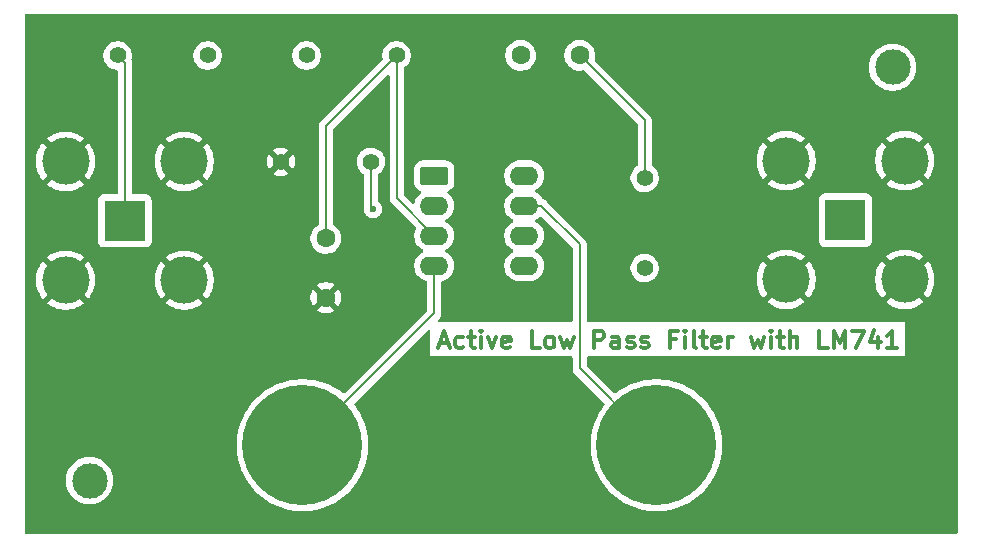
<source format=gtl>
%TF.GenerationSoftware,KiCad,Pcbnew,9.0.2*%
%TF.CreationDate,2025-05-26T17:46:23-04:00*%
%TF.ProjectId,Second_Order_Low_Pass_Filter_Ac,5365636f-6e64-45f4-9f72-6465725f4c6f,rev?*%
%TF.SameCoordinates,Original*%
%TF.FileFunction,Copper,L1,Top*%
%TF.FilePolarity,Positive*%
%FSLAX46Y46*%
G04 Gerber Fmt 4.6, Leading zero omitted, Abs format (unit mm)*
G04 Created by KiCad (PCBNEW 9.0.2) date 2025-05-26 17:46:23*
%MOMM*%
%LPD*%
G01*
G04 APERTURE LIST*
G04 Aperture macros list*
%AMRoundRect*
0 Rectangle with rounded corners*
0 $1 Rounding radius*
0 $2 $3 $4 $5 $6 $7 $8 $9 X,Y pos of 4 corners*
0 Add a 4 corners polygon primitive as box body*
4,1,4,$2,$3,$4,$5,$6,$7,$8,$9,$2,$3,0*
0 Add four circle primitives for the rounded corners*
1,1,$1+$1,$2,$3*
1,1,$1+$1,$4,$5*
1,1,$1+$1,$6,$7*
1,1,$1+$1,$8,$9*
0 Add four rect primitives between the rounded corners*
20,1,$1+$1,$2,$3,$4,$5,0*
20,1,$1+$1,$4,$5,$6,$7,0*
20,1,$1+$1,$6,$7,$8,$9,0*
20,1,$1+$1,$8,$9,$2,$3,0*%
G04 Aperture macros list end*
%ADD10C,0.300000*%
%TA.AperFunction,NonConductor*%
%ADD11C,0.300000*%
%TD*%
%TA.AperFunction,ComponentPad*%
%ADD12C,3.000000*%
%TD*%
%TA.AperFunction,ComponentPad*%
%ADD13C,10.160000*%
%TD*%
%TA.AperFunction,ComponentPad*%
%ADD14RoundRect,0.250000X-0.950000X-0.550000X0.950000X-0.550000X0.950000X0.550000X-0.950000X0.550000X0*%
%TD*%
%TA.AperFunction,ComponentPad*%
%ADD15O,2.400000X1.600000*%
%TD*%
%TA.AperFunction,ComponentPad*%
%ADD16C,1.400000*%
%TD*%
%TA.AperFunction,ComponentPad*%
%ADD17R,3.500000X3.500000*%
%TD*%
%TA.AperFunction,ComponentPad*%
%ADD18C,4.000000*%
%TD*%
%TA.AperFunction,ComponentPad*%
%ADD19C,1.600000*%
%TD*%
%TA.AperFunction,ViaPad*%
%ADD20C,0.600000*%
%TD*%
%TA.AperFunction,Conductor*%
%ADD21C,0.200000*%
%TD*%
G04 APERTURE END LIST*
D10*
D11*
X145642857Y-103372257D02*
X146357143Y-103372257D01*
X145500000Y-103800828D02*
X146000000Y-102300828D01*
X146000000Y-102300828D02*
X146500000Y-103800828D01*
X147642857Y-103729400D02*
X147499999Y-103800828D01*
X147499999Y-103800828D02*
X147214285Y-103800828D01*
X147214285Y-103800828D02*
X147071428Y-103729400D01*
X147071428Y-103729400D02*
X146999999Y-103657971D01*
X146999999Y-103657971D02*
X146928571Y-103515114D01*
X146928571Y-103515114D02*
X146928571Y-103086542D01*
X146928571Y-103086542D02*
X146999999Y-102943685D01*
X146999999Y-102943685D02*
X147071428Y-102872257D01*
X147071428Y-102872257D02*
X147214285Y-102800828D01*
X147214285Y-102800828D02*
X147499999Y-102800828D01*
X147499999Y-102800828D02*
X147642857Y-102872257D01*
X148071428Y-102800828D02*
X148642856Y-102800828D01*
X148285713Y-102300828D02*
X148285713Y-103586542D01*
X148285713Y-103586542D02*
X148357142Y-103729400D01*
X148357142Y-103729400D02*
X148499999Y-103800828D01*
X148499999Y-103800828D02*
X148642856Y-103800828D01*
X149142856Y-103800828D02*
X149142856Y-102800828D01*
X149142856Y-102300828D02*
X149071428Y-102372257D01*
X149071428Y-102372257D02*
X149142856Y-102443685D01*
X149142856Y-102443685D02*
X149214285Y-102372257D01*
X149214285Y-102372257D02*
X149142856Y-102300828D01*
X149142856Y-102300828D02*
X149142856Y-102443685D01*
X149714285Y-102800828D02*
X150071428Y-103800828D01*
X150071428Y-103800828D02*
X150428571Y-102800828D01*
X151571428Y-103729400D02*
X151428571Y-103800828D01*
X151428571Y-103800828D02*
X151142857Y-103800828D01*
X151142857Y-103800828D02*
X150999999Y-103729400D01*
X150999999Y-103729400D02*
X150928571Y-103586542D01*
X150928571Y-103586542D02*
X150928571Y-103015114D01*
X150928571Y-103015114D02*
X150999999Y-102872257D01*
X150999999Y-102872257D02*
X151142857Y-102800828D01*
X151142857Y-102800828D02*
X151428571Y-102800828D01*
X151428571Y-102800828D02*
X151571428Y-102872257D01*
X151571428Y-102872257D02*
X151642857Y-103015114D01*
X151642857Y-103015114D02*
X151642857Y-103157971D01*
X151642857Y-103157971D02*
X150928571Y-103300828D01*
X154142856Y-103800828D02*
X153428570Y-103800828D01*
X153428570Y-103800828D02*
X153428570Y-102300828D01*
X154857142Y-103800828D02*
X154714285Y-103729400D01*
X154714285Y-103729400D02*
X154642856Y-103657971D01*
X154642856Y-103657971D02*
X154571428Y-103515114D01*
X154571428Y-103515114D02*
X154571428Y-103086542D01*
X154571428Y-103086542D02*
X154642856Y-102943685D01*
X154642856Y-102943685D02*
X154714285Y-102872257D01*
X154714285Y-102872257D02*
X154857142Y-102800828D01*
X154857142Y-102800828D02*
X155071428Y-102800828D01*
X155071428Y-102800828D02*
X155214285Y-102872257D01*
X155214285Y-102872257D02*
X155285714Y-102943685D01*
X155285714Y-102943685D02*
X155357142Y-103086542D01*
X155357142Y-103086542D02*
X155357142Y-103515114D01*
X155357142Y-103515114D02*
X155285714Y-103657971D01*
X155285714Y-103657971D02*
X155214285Y-103729400D01*
X155214285Y-103729400D02*
X155071428Y-103800828D01*
X155071428Y-103800828D02*
X154857142Y-103800828D01*
X155857142Y-102800828D02*
X156142857Y-103800828D01*
X156142857Y-103800828D02*
X156428571Y-103086542D01*
X156428571Y-103086542D02*
X156714285Y-103800828D01*
X156714285Y-103800828D02*
X156999999Y-102800828D01*
X158714285Y-103800828D02*
X158714285Y-102300828D01*
X158714285Y-102300828D02*
X159285714Y-102300828D01*
X159285714Y-102300828D02*
X159428571Y-102372257D01*
X159428571Y-102372257D02*
X159500000Y-102443685D01*
X159500000Y-102443685D02*
X159571428Y-102586542D01*
X159571428Y-102586542D02*
X159571428Y-102800828D01*
X159571428Y-102800828D02*
X159500000Y-102943685D01*
X159500000Y-102943685D02*
X159428571Y-103015114D01*
X159428571Y-103015114D02*
X159285714Y-103086542D01*
X159285714Y-103086542D02*
X158714285Y-103086542D01*
X160857143Y-103800828D02*
X160857143Y-103015114D01*
X160857143Y-103015114D02*
X160785714Y-102872257D01*
X160785714Y-102872257D02*
X160642857Y-102800828D01*
X160642857Y-102800828D02*
X160357143Y-102800828D01*
X160357143Y-102800828D02*
X160214285Y-102872257D01*
X160857143Y-103729400D02*
X160714285Y-103800828D01*
X160714285Y-103800828D02*
X160357143Y-103800828D01*
X160357143Y-103800828D02*
X160214285Y-103729400D01*
X160214285Y-103729400D02*
X160142857Y-103586542D01*
X160142857Y-103586542D02*
X160142857Y-103443685D01*
X160142857Y-103443685D02*
X160214285Y-103300828D01*
X160214285Y-103300828D02*
X160357143Y-103229400D01*
X160357143Y-103229400D02*
X160714285Y-103229400D01*
X160714285Y-103229400D02*
X160857143Y-103157971D01*
X161500000Y-103729400D02*
X161642857Y-103800828D01*
X161642857Y-103800828D02*
X161928571Y-103800828D01*
X161928571Y-103800828D02*
X162071428Y-103729400D01*
X162071428Y-103729400D02*
X162142857Y-103586542D01*
X162142857Y-103586542D02*
X162142857Y-103515114D01*
X162142857Y-103515114D02*
X162071428Y-103372257D01*
X162071428Y-103372257D02*
X161928571Y-103300828D01*
X161928571Y-103300828D02*
X161714286Y-103300828D01*
X161714286Y-103300828D02*
X161571428Y-103229400D01*
X161571428Y-103229400D02*
X161500000Y-103086542D01*
X161500000Y-103086542D02*
X161500000Y-103015114D01*
X161500000Y-103015114D02*
X161571428Y-102872257D01*
X161571428Y-102872257D02*
X161714286Y-102800828D01*
X161714286Y-102800828D02*
X161928571Y-102800828D01*
X161928571Y-102800828D02*
X162071428Y-102872257D01*
X162714286Y-103729400D02*
X162857143Y-103800828D01*
X162857143Y-103800828D02*
X163142857Y-103800828D01*
X163142857Y-103800828D02*
X163285714Y-103729400D01*
X163285714Y-103729400D02*
X163357143Y-103586542D01*
X163357143Y-103586542D02*
X163357143Y-103515114D01*
X163357143Y-103515114D02*
X163285714Y-103372257D01*
X163285714Y-103372257D02*
X163142857Y-103300828D01*
X163142857Y-103300828D02*
X162928572Y-103300828D01*
X162928572Y-103300828D02*
X162785714Y-103229400D01*
X162785714Y-103229400D02*
X162714286Y-103086542D01*
X162714286Y-103086542D02*
X162714286Y-103015114D01*
X162714286Y-103015114D02*
X162785714Y-102872257D01*
X162785714Y-102872257D02*
X162928572Y-102800828D01*
X162928572Y-102800828D02*
X163142857Y-102800828D01*
X163142857Y-102800828D02*
X163285714Y-102872257D01*
X165642857Y-103015114D02*
X165142857Y-103015114D01*
X165142857Y-103800828D02*
X165142857Y-102300828D01*
X165142857Y-102300828D02*
X165857143Y-102300828D01*
X166428571Y-103800828D02*
X166428571Y-102800828D01*
X166428571Y-102300828D02*
X166357143Y-102372257D01*
X166357143Y-102372257D02*
X166428571Y-102443685D01*
X166428571Y-102443685D02*
X166500000Y-102372257D01*
X166500000Y-102372257D02*
X166428571Y-102300828D01*
X166428571Y-102300828D02*
X166428571Y-102443685D01*
X167357143Y-103800828D02*
X167214286Y-103729400D01*
X167214286Y-103729400D02*
X167142857Y-103586542D01*
X167142857Y-103586542D02*
X167142857Y-102300828D01*
X167714286Y-102800828D02*
X168285714Y-102800828D01*
X167928571Y-102300828D02*
X167928571Y-103586542D01*
X167928571Y-103586542D02*
X168000000Y-103729400D01*
X168000000Y-103729400D02*
X168142857Y-103800828D01*
X168142857Y-103800828D02*
X168285714Y-103800828D01*
X169357143Y-103729400D02*
X169214286Y-103800828D01*
X169214286Y-103800828D02*
X168928572Y-103800828D01*
X168928572Y-103800828D02*
X168785714Y-103729400D01*
X168785714Y-103729400D02*
X168714286Y-103586542D01*
X168714286Y-103586542D02*
X168714286Y-103015114D01*
X168714286Y-103015114D02*
X168785714Y-102872257D01*
X168785714Y-102872257D02*
X168928572Y-102800828D01*
X168928572Y-102800828D02*
X169214286Y-102800828D01*
X169214286Y-102800828D02*
X169357143Y-102872257D01*
X169357143Y-102872257D02*
X169428572Y-103015114D01*
X169428572Y-103015114D02*
X169428572Y-103157971D01*
X169428572Y-103157971D02*
X168714286Y-103300828D01*
X170071428Y-103800828D02*
X170071428Y-102800828D01*
X170071428Y-103086542D02*
X170142857Y-102943685D01*
X170142857Y-102943685D02*
X170214286Y-102872257D01*
X170214286Y-102872257D02*
X170357143Y-102800828D01*
X170357143Y-102800828D02*
X170500000Y-102800828D01*
X171999999Y-102800828D02*
X172285714Y-103800828D01*
X172285714Y-103800828D02*
X172571428Y-103086542D01*
X172571428Y-103086542D02*
X172857142Y-103800828D01*
X172857142Y-103800828D02*
X173142856Y-102800828D01*
X173714285Y-103800828D02*
X173714285Y-102800828D01*
X173714285Y-102300828D02*
X173642857Y-102372257D01*
X173642857Y-102372257D02*
X173714285Y-102443685D01*
X173714285Y-102443685D02*
X173785714Y-102372257D01*
X173785714Y-102372257D02*
X173714285Y-102300828D01*
X173714285Y-102300828D02*
X173714285Y-102443685D01*
X174214286Y-102800828D02*
X174785714Y-102800828D01*
X174428571Y-102300828D02*
X174428571Y-103586542D01*
X174428571Y-103586542D02*
X174500000Y-103729400D01*
X174500000Y-103729400D02*
X174642857Y-103800828D01*
X174642857Y-103800828D02*
X174785714Y-103800828D01*
X175285714Y-103800828D02*
X175285714Y-102300828D01*
X175928572Y-103800828D02*
X175928572Y-103015114D01*
X175928572Y-103015114D02*
X175857143Y-102872257D01*
X175857143Y-102872257D02*
X175714286Y-102800828D01*
X175714286Y-102800828D02*
X175500000Y-102800828D01*
X175500000Y-102800828D02*
X175357143Y-102872257D01*
X175357143Y-102872257D02*
X175285714Y-102943685D01*
X178500000Y-103800828D02*
X177785714Y-103800828D01*
X177785714Y-103800828D02*
X177785714Y-102300828D01*
X179000000Y-103800828D02*
X179000000Y-102300828D01*
X179000000Y-102300828D02*
X179500000Y-103372257D01*
X179500000Y-103372257D02*
X180000000Y-102300828D01*
X180000000Y-102300828D02*
X180000000Y-103800828D01*
X180571429Y-102300828D02*
X181571429Y-102300828D01*
X181571429Y-102300828D02*
X180928572Y-103800828D01*
X182785715Y-102800828D02*
X182785715Y-103800828D01*
X182428572Y-102229400D02*
X182071429Y-103300828D01*
X182071429Y-103300828D02*
X183000000Y-103300828D01*
X184357143Y-103800828D02*
X183500000Y-103800828D01*
X183928571Y-103800828D02*
X183928571Y-102300828D01*
X183928571Y-102300828D02*
X183785714Y-102515114D01*
X183785714Y-102515114D02*
X183642857Y-102657971D01*
X183642857Y-102657971D02*
X183500000Y-102729400D01*
D12*
%TO.P,REF\u002A\u002A,1*%
%TO.N,N/C*%
X184000000Y-80000000D03*
%TD*%
%TO.P,REF\u002A\u002A,1*%
%TO.N,N/C*%
X116000000Y-115000000D03*
%TD*%
D13*
%TO.P,J3,1,Pin_1*%
%TO.N,+10V*%
X164000000Y-112000000D03*
%TO.P,J3,2,Pin_2*%
%TO.N,-10V*%
X134030000Y-112000000D03*
%TD*%
D14*
%TO.P,U1,1,NULL*%
%TO.N,unconnected-(U1-NULL-Pad1)*%
X145190000Y-89190000D03*
D15*
%TO.P,U1,2,-*%
%TO.N,Net-(U1--)*%
X145190000Y-91730000D03*
%TO.P,U1,3,+*%
%TO.N,Net-(U1-+)*%
X145190000Y-94270000D03*
%TO.P,U1,4,V-*%
%TO.N,-10V*%
X145190000Y-96810000D03*
%TO.P,U1,5,NULL*%
%TO.N,unconnected-(U1-NULL-Pad5)*%
X152810000Y-96810000D03*
%TO.P,U1,6*%
%TO.N,Net-(J2-In)*%
X152810000Y-94270000D03*
%TO.P,U1,7,V+*%
%TO.N,+10V*%
X152810000Y-91730000D03*
%TO.P,U1,8,NC*%
%TO.N,unconnected-(U1-NC-Pad8)*%
X152810000Y-89190000D03*
%TD*%
D16*
%TO.P,R4,1*%
%TO.N,GND*%
X132190000Y-88000000D03*
%TO.P,R4,2*%
%TO.N,Net-(U1--)*%
X139810000Y-88000000D03*
%TD*%
%TO.P,R3,1*%
%TO.N,Net-(U1--)*%
X163000000Y-97000000D03*
%TO.P,R3,2*%
%TO.N,Net-(J2-In)*%
X163000000Y-89380000D03*
%TD*%
%TO.P,R2,1*%
%TO.N,Net-(C1-Pad2)*%
X134380000Y-79000000D03*
%TO.P,R2,2*%
%TO.N,Net-(U1-+)*%
X142000000Y-79000000D03*
%TD*%
%TO.P,R1,1*%
%TO.N,Net-(J1-In)*%
X118380000Y-79000000D03*
%TO.P,R1,2*%
%TO.N,Net-(C1-Pad2)*%
X126000000Y-79000000D03*
%TD*%
D17*
%TO.P,J2,1,In*%
%TO.N,Net-(J2-In)*%
X180000000Y-92935000D03*
D18*
%TO.P,J2,2,Ext*%
%TO.N,GND*%
X185025000Y-87910000D03*
X174975000Y-87910000D03*
X185025000Y-97960000D03*
X174975000Y-97960000D03*
%TD*%
D17*
%TO.P,J1,1,In*%
%TO.N,Net-(J1-In)*%
X119000000Y-93000000D03*
D18*
%TO.P,J1,2,Ext*%
%TO.N,GND*%
X113975000Y-98025000D03*
X124025000Y-98025000D03*
X113975000Y-87975000D03*
X124025000Y-87975000D03*
%TD*%
D19*
%TO.P,C2,1*%
%TO.N,Net-(U1-+)*%
X136000000Y-94500000D03*
%TO.P,C2,2*%
%TO.N,GND*%
X136000000Y-99500000D03*
%TD*%
%TO.P,C1,1*%
%TO.N,Net-(J2-In)*%
X157500000Y-79000000D03*
%TO.P,C1,2*%
%TO.N,Net-(C1-Pad2)*%
X152500000Y-79000000D03*
%TD*%
D20*
%TO.N,Net-(U1--)*%
X140000000Y-92000000D03*
%TD*%
D21*
%TO.N,+10V*%
X157500000Y-105500000D02*
X157500000Y-95000000D01*
X164000000Y-112000000D02*
X157500000Y-105500000D01*
X157500000Y-95000000D02*
X154230000Y-91730000D01*
X154230000Y-91730000D02*
X152810000Y-91730000D01*
%TO.N,-10V*%
X145190000Y-96810000D02*
X145190000Y-100840000D01*
X145190000Y-100840000D02*
X134030000Y-112000000D01*
%TO.N,Net-(U1-+)*%
X136000000Y-94500000D02*
X136000000Y-85000000D01*
X136000000Y-85000000D02*
X142000000Y-79000000D01*
%TO.N,Net-(U1--)*%
X139810000Y-91810000D02*
X140000000Y-92000000D01*
X139810000Y-88000000D02*
X139810000Y-91810000D01*
%TO.N,Net-(J2-In)*%
X163000000Y-89380000D02*
X163000000Y-84500000D01*
X163000000Y-84500000D02*
X157500000Y-79000000D01*
%TO.N,Net-(U1-+)*%
X145190000Y-94270000D02*
X142000000Y-91080000D01*
X142000000Y-91080000D02*
X142000000Y-79000000D01*
%TO.N,Net-(J1-In)*%
X119000000Y-93000000D02*
X119000000Y-79620000D01*
X119000000Y-79620000D02*
X118380000Y-79000000D01*
%TD*%
%TA.AperFunction,Conductor*%
%TO.N,GND*%
G36*
X189442539Y-75520185D02*
G01*
X189488294Y-75572989D01*
X189499500Y-75624500D01*
X189499500Y-119375500D01*
X189479815Y-119442539D01*
X189427011Y-119488294D01*
X189375500Y-119499500D01*
X110624500Y-119499500D01*
X110557461Y-119479815D01*
X110511706Y-119427011D01*
X110500500Y-119375500D01*
X110500500Y-114868872D01*
X113999500Y-114868872D01*
X113999500Y-115131127D01*
X114026123Y-115333339D01*
X114033730Y-115391116D01*
X114101602Y-115644418D01*
X114101605Y-115644428D01*
X114201953Y-115886690D01*
X114201958Y-115886700D01*
X114333075Y-116113803D01*
X114492718Y-116321851D01*
X114492726Y-116321860D01*
X114678140Y-116507274D01*
X114678148Y-116507281D01*
X114886196Y-116666924D01*
X115113299Y-116798041D01*
X115113309Y-116798046D01*
X115293591Y-116872721D01*
X115355581Y-116898398D01*
X115608884Y-116966270D01*
X115868880Y-117000500D01*
X115868887Y-117000500D01*
X116131113Y-117000500D01*
X116131120Y-117000500D01*
X116391116Y-116966270D01*
X116644419Y-116898398D01*
X116886697Y-116798043D01*
X117113803Y-116666924D01*
X117321851Y-116507282D01*
X117321855Y-116507277D01*
X117321860Y-116507274D01*
X117507274Y-116321860D01*
X117507277Y-116321855D01*
X117507282Y-116321851D01*
X117666924Y-116113803D01*
X117798043Y-115886697D01*
X117898398Y-115644419D01*
X117966270Y-115391116D01*
X118000500Y-115131120D01*
X118000500Y-114868880D01*
X117966270Y-114608884D01*
X117898398Y-114355581D01*
X117891171Y-114338133D01*
X117798046Y-114113309D01*
X117798041Y-114113299D01*
X117666924Y-113886196D01*
X117507281Y-113678148D01*
X117507274Y-113678140D01*
X117321860Y-113492726D01*
X117321851Y-113492718D01*
X117113803Y-113333075D01*
X116886700Y-113201958D01*
X116886690Y-113201953D01*
X116644428Y-113101605D01*
X116644421Y-113101603D01*
X116644419Y-113101602D01*
X116391116Y-113033730D01*
X116333339Y-113026123D01*
X116131127Y-112999500D01*
X116131120Y-112999500D01*
X115868880Y-112999500D01*
X115868872Y-112999500D01*
X115637772Y-113029926D01*
X115608884Y-113033730D01*
X115400601Y-113089539D01*
X115355581Y-113101602D01*
X115355571Y-113101605D01*
X115113309Y-113201953D01*
X115113299Y-113201958D01*
X114886196Y-113333075D01*
X114678148Y-113492718D01*
X114492718Y-113678148D01*
X114333075Y-113886196D01*
X114201958Y-114113299D01*
X114201953Y-114113309D01*
X114101605Y-114355571D01*
X114101602Y-114355581D01*
X114033730Y-114608885D01*
X113999500Y-114868872D01*
X110500500Y-114868872D01*
X110500500Y-111780736D01*
X128449500Y-111780736D01*
X128449500Y-112219263D01*
X128483905Y-112656424D01*
X128483905Y-112656425D01*
X128552503Y-113089539D01*
X128649298Y-113492718D01*
X128654874Y-113515942D01*
X128654878Y-113515953D01*
X128790380Y-113932991D01*
X128865071Y-114113309D01*
X128958197Y-114338133D01*
X129157279Y-114728855D01*
X129157286Y-114728868D01*
X129157289Y-114728873D01*
X129386397Y-115102742D01*
X129386402Y-115102749D01*
X129386404Y-115102752D01*
X129407020Y-115131127D01*
X129644151Y-115457512D01*
X129644161Y-115457526D01*
X129928945Y-115790963D01*
X129928951Y-115790970D01*
X130239030Y-116101049D01*
X130239036Y-116101054D01*
X130572473Y-116385838D01*
X130572480Y-116385843D01*
X130927248Y-116643596D01*
X130927252Y-116643598D01*
X130927257Y-116643602D01*
X131301126Y-116872710D01*
X131301131Y-116872713D01*
X131301136Y-116872715D01*
X131301145Y-116872721D01*
X131691867Y-117071803D01*
X132097003Y-117239617D01*
X132097008Y-117239619D01*
X132203050Y-117274073D01*
X132514058Y-117375126D01*
X132940458Y-117477496D01*
X133373576Y-117546095D01*
X133810742Y-117580500D01*
X133810750Y-117580500D01*
X134249250Y-117580500D01*
X134249258Y-117580500D01*
X134686424Y-117546095D01*
X135119542Y-117477496D01*
X135545942Y-117375126D01*
X135962997Y-117239617D01*
X136368133Y-117071803D01*
X136758855Y-116872721D01*
X137132752Y-116643596D01*
X137487520Y-116385843D01*
X137820970Y-116101049D01*
X138131049Y-115790970D01*
X138415843Y-115457520D01*
X138673596Y-115102752D01*
X138902721Y-114728855D01*
X139101803Y-114338133D01*
X139269617Y-113932997D01*
X139405126Y-113515942D01*
X139507496Y-113089542D01*
X139576095Y-112656424D01*
X139610500Y-112219258D01*
X139610500Y-111780742D01*
X139576095Y-111343576D01*
X139507496Y-110910458D01*
X139405126Y-110484058D01*
X139269617Y-110067003D01*
X139101803Y-109661867D01*
X138902721Y-109271145D01*
X138902715Y-109271136D01*
X138902713Y-109271131D01*
X138902710Y-109271126D01*
X138673602Y-108897257D01*
X138673598Y-108897252D01*
X138673596Y-108897248D01*
X138444811Y-108582351D01*
X138421331Y-108516545D01*
X138437157Y-108448491D01*
X138457444Y-108421789D01*
X144631096Y-102248138D01*
X144692417Y-102214655D01*
X144762109Y-102219639D01*
X144818042Y-102261511D01*
X144842459Y-102326975D01*
X144842775Y-102335821D01*
X144842775Y-104458721D01*
X156775500Y-104458721D01*
X156842539Y-104478406D01*
X156888294Y-104531210D01*
X156899500Y-104582721D01*
X156899500Y-105413330D01*
X156899499Y-105413348D01*
X156899499Y-105579054D01*
X156899498Y-105579054D01*
X156940423Y-105731785D01*
X156969358Y-105781900D01*
X156969359Y-105781904D01*
X156969360Y-105781904D01*
X157019479Y-105868714D01*
X157019481Y-105868717D01*
X157138349Y-105987585D01*
X157138355Y-105987590D01*
X159572551Y-108421786D01*
X159606036Y-108483109D01*
X159601052Y-108552801D01*
X159585188Y-108582352D01*
X159356405Y-108897246D01*
X159356397Y-108897257D01*
X159127289Y-109271126D01*
X159127286Y-109271131D01*
X158928197Y-109661867D01*
X158928191Y-109661880D01*
X158760380Y-110067008D01*
X158624878Y-110484046D01*
X158624871Y-110484069D01*
X158522503Y-110910460D01*
X158453905Y-111343574D01*
X158453905Y-111343575D01*
X158419500Y-111780736D01*
X158419500Y-112219263D01*
X158453905Y-112656424D01*
X158453905Y-112656425D01*
X158522503Y-113089539D01*
X158619298Y-113492718D01*
X158624874Y-113515942D01*
X158624878Y-113515953D01*
X158760380Y-113932991D01*
X158835071Y-114113309D01*
X158928197Y-114338133D01*
X159127279Y-114728855D01*
X159127286Y-114728868D01*
X159127289Y-114728873D01*
X159356397Y-115102742D01*
X159356402Y-115102749D01*
X159356404Y-115102752D01*
X159377020Y-115131127D01*
X159614151Y-115457512D01*
X159614161Y-115457526D01*
X159898945Y-115790963D01*
X159898951Y-115790970D01*
X160209030Y-116101049D01*
X160209036Y-116101054D01*
X160542473Y-116385838D01*
X160542480Y-116385843D01*
X160897248Y-116643596D01*
X160897252Y-116643598D01*
X160897257Y-116643602D01*
X161271126Y-116872710D01*
X161271131Y-116872713D01*
X161271136Y-116872715D01*
X161271145Y-116872721D01*
X161661867Y-117071803D01*
X162067003Y-117239617D01*
X162067008Y-117239619D01*
X162173050Y-117274073D01*
X162484058Y-117375126D01*
X162910458Y-117477496D01*
X163343576Y-117546095D01*
X163780742Y-117580500D01*
X163780750Y-117580500D01*
X164219250Y-117580500D01*
X164219258Y-117580500D01*
X164656424Y-117546095D01*
X165089542Y-117477496D01*
X165515942Y-117375126D01*
X165932997Y-117239617D01*
X166338133Y-117071803D01*
X166728855Y-116872721D01*
X167102752Y-116643596D01*
X167457520Y-116385843D01*
X167790970Y-116101049D01*
X168101049Y-115790970D01*
X168385843Y-115457520D01*
X168643596Y-115102752D01*
X168872721Y-114728855D01*
X169071803Y-114338133D01*
X169239617Y-113932997D01*
X169375126Y-113515942D01*
X169477496Y-113089542D01*
X169546095Y-112656424D01*
X169580500Y-112219258D01*
X169580500Y-111780742D01*
X169546095Y-111343576D01*
X169477496Y-110910458D01*
X169375126Y-110484058D01*
X169239617Y-110067003D01*
X169071803Y-109661867D01*
X168872721Y-109271145D01*
X168872715Y-109271136D01*
X168872713Y-109271131D01*
X168872710Y-109271126D01*
X168643602Y-108897257D01*
X168643598Y-108897252D01*
X168643596Y-108897248D01*
X168385843Y-108542480D01*
X168385838Y-108542473D01*
X168101054Y-108209036D01*
X168101049Y-108209030D01*
X167790970Y-107898951D01*
X167790963Y-107898945D01*
X167457526Y-107614161D01*
X167457512Y-107614151D01*
X167102753Y-107356405D01*
X167102742Y-107356397D01*
X166728873Y-107127289D01*
X166728868Y-107127286D01*
X166728858Y-107127281D01*
X166728855Y-107127279D01*
X166338133Y-106928197D01*
X166338119Y-106928191D01*
X165932991Y-106760380D01*
X165636256Y-106663966D01*
X165515942Y-106624874D01*
X165515930Y-106624871D01*
X165089539Y-106522503D01*
X164656425Y-106453905D01*
X164219263Y-106419500D01*
X164219258Y-106419500D01*
X163780742Y-106419500D01*
X163780736Y-106419500D01*
X163343575Y-106453905D01*
X163343574Y-106453905D01*
X162910460Y-106522503D01*
X162484069Y-106624871D01*
X162484063Y-106624872D01*
X162484058Y-106624874D01*
X162484046Y-106624878D01*
X162067008Y-106760380D01*
X161661880Y-106928191D01*
X161661867Y-106928197D01*
X161271131Y-107127286D01*
X161271126Y-107127289D01*
X160897257Y-107356397D01*
X160897246Y-107356405D01*
X160582352Y-107585188D01*
X160516546Y-107608668D01*
X160448492Y-107592842D01*
X160421786Y-107572551D01*
X158136819Y-105287584D01*
X158103334Y-105226261D01*
X158100500Y-105199903D01*
X158100500Y-104582721D01*
X158120185Y-104515682D01*
X158172989Y-104469927D01*
X158224500Y-104458721D01*
X185012643Y-104458721D01*
X185012643Y-101572176D01*
X158224500Y-101572176D01*
X158157461Y-101552491D01*
X158111706Y-101499687D01*
X158100500Y-101448176D01*
X158100500Y-96905513D01*
X161799500Y-96905513D01*
X161799500Y-97094486D01*
X161829059Y-97281118D01*
X161887454Y-97460836D01*
X161961203Y-97605575D01*
X161973240Y-97629199D01*
X162084310Y-97782073D01*
X162217927Y-97915690D01*
X162370801Y-98026760D01*
X162450347Y-98067290D01*
X162539163Y-98112545D01*
X162539165Y-98112545D01*
X162539168Y-98112547D01*
X162635497Y-98143846D01*
X162718881Y-98170940D01*
X162905514Y-98200500D01*
X162905519Y-98200500D01*
X163094486Y-98200500D01*
X163281118Y-98170940D01*
X163460832Y-98112547D01*
X163464850Y-98110500D01*
X163484674Y-98100399D01*
X163629199Y-98026760D01*
X163782073Y-97915690D01*
X163878165Y-97819598D01*
X172475000Y-97819598D01*
X172475000Y-98100401D01*
X172506437Y-98379412D01*
X172506439Y-98379424D01*
X172568921Y-98653178D01*
X172568922Y-98653180D01*
X172661662Y-98918217D01*
X172783492Y-99171200D01*
X172932884Y-99408956D01*
X173039187Y-99542257D01*
X174297421Y-98284024D01*
X174310359Y-98315258D01*
X174392437Y-98438097D01*
X174496903Y-98542563D01*
X174619742Y-98624641D01*
X174650975Y-98637578D01*
X173392741Y-99895810D01*
X173392741Y-99895811D01*
X173526043Y-100002115D01*
X173763799Y-100151507D01*
X174016782Y-100273337D01*
X174281819Y-100366077D01*
X174281821Y-100366078D01*
X174555575Y-100428560D01*
X174555587Y-100428562D01*
X174834598Y-100459999D01*
X174834600Y-100460000D01*
X175115400Y-100460000D01*
X175115401Y-100459999D01*
X175394412Y-100428562D01*
X175394424Y-100428560D01*
X175668178Y-100366078D01*
X175668180Y-100366077D01*
X175933217Y-100273337D01*
X176186200Y-100151507D01*
X176423956Y-100002116D01*
X176557257Y-99895810D01*
X175299024Y-98637578D01*
X175330258Y-98624641D01*
X175453097Y-98542563D01*
X175557563Y-98438097D01*
X175639641Y-98315258D01*
X175652578Y-98284025D01*
X176910810Y-99542257D01*
X177017116Y-99408956D01*
X177166507Y-99171200D01*
X177288337Y-98918217D01*
X177381077Y-98653180D01*
X177381078Y-98653178D01*
X177443560Y-98379424D01*
X177443562Y-98379412D01*
X177474999Y-98100401D01*
X177475000Y-98100399D01*
X177475000Y-97819600D01*
X177474999Y-97819598D01*
X182525000Y-97819598D01*
X182525000Y-98100401D01*
X182556437Y-98379412D01*
X182556439Y-98379424D01*
X182618921Y-98653178D01*
X182618922Y-98653180D01*
X182711662Y-98918217D01*
X182833492Y-99171200D01*
X182982884Y-99408956D01*
X183089187Y-99542257D01*
X184347421Y-98284024D01*
X184360359Y-98315258D01*
X184442437Y-98438097D01*
X184546903Y-98542563D01*
X184669742Y-98624641D01*
X184700975Y-98637578D01*
X183442741Y-99895810D01*
X183442741Y-99895811D01*
X183576043Y-100002115D01*
X183813799Y-100151507D01*
X184066782Y-100273337D01*
X184331819Y-100366077D01*
X184331821Y-100366078D01*
X184605575Y-100428560D01*
X184605587Y-100428562D01*
X184884598Y-100459999D01*
X184884600Y-100460000D01*
X185165400Y-100460000D01*
X185165401Y-100459999D01*
X185444412Y-100428562D01*
X185444424Y-100428560D01*
X185718178Y-100366078D01*
X185718180Y-100366077D01*
X185983217Y-100273337D01*
X186236200Y-100151507D01*
X186473956Y-100002116D01*
X186607257Y-99895810D01*
X185349024Y-98637578D01*
X185380258Y-98624641D01*
X185503097Y-98542563D01*
X185607563Y-98438097D01*
X185689641Y-98315258D01*
X185702578Y-98284025D01*
X186960810Y-99542257D01*
X187067116Y-99408956D01*
X187216507Y-99171200D01*
X187338337Y-98918217D01*
X187431077Y-98653180D01*
X187431078Y-98653178D01*
X187493560Y-98379424D01*
X187493562Y-98379412D01*
X187524999Y-98100401D01*
X187525000Y-98100399D01*
X187525000Y-97819600D01*
X187524999Y-97819598D01*
X187493562Y-97540587D01*
X187493560Y-97540575D01*
X187431078Y-97266821D01*
X187431077Y-97266819D01*
X187338337Y-97001782D01*
X187216507Y-96748799D01*
X187067115Y-96511043D01*
X186960810Y-96377741D01*
X185702577Y-97635973D01*
X185689641Y-97604742D01*
X185607563Y-97481903D01*
X185503097Y-97377437D01*
X185380258Y-97295359D01*
X185349024Y-97282421D01*
X186607257Y-96024187D01*
X186473956Y-95917884D01*
X186236200Y-95768492D01*
X185983217Y-95646662D01*
X185718180Y-95553922D01*
X185718178Y-95553921D01*
X185444424Y-95491439D01*
X185444412Y-95491437D01*
X185165401Y-95460000D01*
X184884598Y-95460000D01*
X184605587Y-95491437D01*
X184605575Y-95491439D01*
X184331821Y-95553921D01*
X184331819Y-95553922D01*
X184066782Y-95646662D01*
X183813799Y-95768492D01*
X183576043Y-95917884D01*
X183442741Y-96024187D01*
X184700975Y-97282421D01*
X184669742Y-97295359D01*
X184546903Y-97377437D01*
X184442437Y-97481903D01*
X184360359Y-97604742D01*
X184347421Y-97635974D01*
X183089187Y-96377741D01*
X182982884Y-96511043D01*
X182833492Y-96748799D01*
X182711662Y-97001782D01*
X182618922Y-97266819D01*
X182618921Y-97266821D01*
X182556439Y-97540575D01*
X182556437Y-97540587D01*
X182525000Y-97819598D01*
X177474999Y-97819598D01*
X177443562Y-97540587D01*
X177443560Y-97540575D01*
X177381078Y-97266821D01*
X177381077Y-97266819D01*
X177288337Y-97001782D01*
X177166507Y-96748799D01*
X177017115Y-96511043D01*
X176910810Y-96377741D01*
X175652577Y-97635973D01*
X175639641Y-97604742D01*
X175557563Y-97481903D01*
X175453097Y-97377437D01*
X175330258Y-97295359D01*
X175299024Y-97282421D01*
X176557257Y-96024187D01*
X176423956Y-95917884D01*
X176186200Y-95768492D01*
X175933217Y-95646662D01*
X175668180Y-95553922D01*
X175668178Y-95553921D01*
X175394424Y-95491439D01*
X175394412Y-95491437D01*
X175115401Y-95460000D01*
X174834598Y-95460000D01*
X174555587Y-95491437D01*
X174555575Y-95491439D01*
X174281821Y-95553921D01*
X174281819Y-95553922D01*
X174016782Y-95646662D01*
X173763799Y-95768492D01*
X173526043Y-95917884D01*
X173392741Y-96024187D01*
X174650975Y-97282421D01*
X174619742Y-97295359D01*
X174496903Y-97377437D01*
X174392437Y-97481903D01*
X174310359Y-97604742D01*
X174297421Y-97635974D01*
X173039187Y-96377741D01*
X172932884Y-96511043D01*
X172783492Y-96748799D01*
X172661662Y-97001782D01*
X172568922Y-97266819D01*
X172568921Y-97266821D01*
X172506439Y-97540575D01*
X172506437Y-97540587D01*
X172475000Y-97819598D01*
X163878165Y-97819598D01*
X163915690Y-97782073D01*
X164026760Y-97629199D01*
X164112547Y-97460832D01*
X164170940Y-97281118D01*
X164182204Y-97210000D01*
X164200500Y-97094486D01*
X164200500Y-96905513D01*
X164170940Y-96718881D01*
X164112545Y-96539163D01*
X164026759Y-96370800D01*
X163915690Y-96217927D01*
X163782073Y-96084310D01*
X163629199Y-95973240D01*
X163608672Y-95962781D01*
X163460836Y-95887454D01*
X163281118Y-95829059D01*
X163094486Y-95799500D01*
X163094481Y-95799500D01*
X162905519Y-95799500D01*
X162905514Y-95799500D01*
X162718881Y-95829059D01*
X162539163Y-95887454D01*
X162370800Y-95973240D01*
X162300679Y-96024187D01*
X162217927Y-96084310D01*
X162217925Y-96084312D01*
X162217924Y-96084312D01*
X162084312Y-96217924D01*
X162084312Y-96217925D01*
X162084310Y-96217927D01*
X162036610Y-96283579D01*
X161973240Y-96370800D01*
X161887454Y-96539163D01*
X161829059Y-96718881D01*
X161799500Y-96905513D01*
X158100500Y-96905513D01*
X158100500Y-94920945D01*
X158100500Y-94920943D01*
X158059577Y-94768216D01*
X158039167Y-94732864D01*
X157980524Y-94631290D01*
X157980521Y-94631286D01*
X157980520Y-94631284D01*
X157868716Y-94519480D01*
X157868715Y-94519479D01*
X157864385Y-94515149D01*
X157864374Y-94515139D01*
X154719325Y-91370090D01*
X154710521Y-91361286D01*
X154710520Y-91361284D01*
X154598716Y-91249480D01*
X154572371Y-91234270D01*
X154572370Y-91234269D01*
X154511904Y-91199360D01*
X154511904Y-91199359D01*
X154511900Y-91199358D01*
X154461785Y-91170423D01*
X154461784Y-91170422D01*
X154461783Y-91170422D01*
X154461782Y-91170421D01*
X154425565Y-91160717D01*
X154386877Y-91137135D01*
X177749500Y-91137135D01*
X177749500Y-94732870D01*
X177749501Y-94732876D01*
X177755908Y-94792483D01*
X177806202Y-94927328D01*
X177806206Y-94927335D01*
X177892452Y-95042544D01*
X177892455Y-95042547D01*
X178007664Y-95128793D01*
X178007671Y-95128797D01*
X178142517Y-95179091D01*
X178142516Y-95179091D01*
X178149444Y-95179835D01*
X178202127Y-95185500D01*
X181797872Y-95185499D01*
X181857483Y-95179091D01*
X181992331Y-95128796D01*
X182107546Y-95042546D01*
X182193796Y-94927331D01*
X182244091Y-94792483D01*
X182250500Y-94732873D01*
X182250499Y-91137128D01*
X182244091Y-91077517D01*
X182233228Y-91048393D01*
X182193797Y-90942671D01*
X182193793Y-90942664D01*
X182107547Y-90827455D01*
X182107544Y-90827452D01*
X181992335Y-90741206D01*
X181992328Y-90741202D01*
X181857482Y-90690908D01*
X181857483Y-90690908D01*
X181797883Y-90684501D01*
X181797881Y-90684500D01*
X181797873Y-90684500D01*
X181797864Y-90684500D01*
X178202129Y-90684500D01*
X178202123Y-90684501D01*
X178142516Y-90690908D01*
X178007671Y-90741202D01*
X178007664Y-90741206D01*
X177892455Y-90827452D01*
X177892452Y-90827455D01*
X177806206Y-90942664D01*
X177806202Y-90942671D01*
X177755908Y-91077517D01*
X177749501Y-91137116D01*
X177749501Y-91137123D01*
X177749500Y-91137135D01*
X154386877Y-91137135D01*
X154365905Y-91124352D01*
X154347177Y-91097240D01*
X154322287Y-91048390D01*
X154201966Y-90882781D01*
X154057219Y-90738034D01*
X154057213Y-90738028D01*
X153891614Y-90617715D01*
X153818575Y-90580500D01*
X153798917Y-90570483D01*
X153748123Y-90522511D01*
X153731328Y-90454690D01*
X153753865Y-90388555D01*
X153798917Y-90349516D01*
X153891610Y-90302287D01*
X153912770Y-90286913D01*
X154057213Y-90181971D01*
X154057215Y-90181968D01*
X154057219Y-90181966D01*
X154201966Y-90037219D01*
X154201968Y-90037215D01*
X154201971Y-90037213D01*
X154293806Y-89910811D01*
X154322287Y-89871610D01*
X154415220Y-89689219D01*
X154478477Y-89494534D01*
X154510500Y-89292352D01*
X154510500Y-89087648D01*
X154500788Y-89026329D01*
X154478477Y-88885465D01*
X154426338Y-88725000D01*
X154415220Y-88690781D01*
X154415218Y-88690778D01*
X154415218Y-88690776D01*
X154363865Y-88589991D01*
X154322287Y-88508390D01*
X154290262Y-88464311D01*
X154201971Y-88342786D01*
X154057213Y-88198028D01*
X153891613Y-88077715D01*
X153891612Y-88077714D01*
X153891610Y-88077713D01*
X153829523Y-88046078D01*
X153709223Y-87984781D01*
X153514534Y-87921522D01*
X153339995Y-87893878D01*
X153312352Y-87889500D01*
X152307648Y-87889500D01*
X152283329Y-87893351D01*
X152105465Y-87921522D01*
X151910776Y-87984781D01*
X151728386Y-88077715D01*
X151562786Y-88198028D01*
X151418028Y-88342786D01*
X151297715Y-88508386D01*
X151204781Y-88690776D01*
X151141522Y-88885465D01*
X151109500Y-89087648D01*
X151109500Y-89292351D01*
X151141522Y-89494534D01*
X151204781Y-89689223D01*
X151297715Y-89871613D01*
X151418028Y-90037213D01*
X151562786Y-90181971D01*
X151709189Y-90288337D01*
X151728390Y-90302287D01*
X151819840Y-90348883D01*
X151821080Y-90349515D01*
X151871876Y-90397490D01*
X151888671Y-90465311D01*
X151866134Y-90531446D01*
X151821080Y-90570485D01*
X151728386Y-90617715D01*
X151562786Y-90738028D01*
X151418028Y-90882786D01*
X151297715Y-91048386D01*
X151204781Y-91230776D01*
X151141522Y-91425465D01*
X151109500Y-91627648D01*
X151109500Y-91832351D01*
X151141522Y-92034534D01*
X151204781Y-92229223D01*
X151297715Y-92411613D01*
X151418028Y-92577213D01*
X151562786Y-92721971D01*
X151717749Y-92834556D01*
X151728390Y-92842287D01*
X151819840Y-92888883D01*
X151821080Y-92889515D01*
X151871876Y-92937490D01*
X151888671Y-93005311D01*
X151866134Y-93071446D01*
X151821080Y-93110485D01*
X151728386Y-93157715D01*
X151562786Y-93278028D01*
X151418028Y-93422786D01*
X151297715Y-93588386D01*
X151204781Y-93770776D01*
X151141522Y-93965465D01*
X151109500Y-94167648D01*
X151109500Y-94372351D01*
X151141522Y-94574534D01*
X151204781Y-94769223D01*
X151249752Y-94857482D01*
X151285344Y-94927335D01*
X151297715Y-94951613D01*
X151418028Y-95117213D01*
X151562786Y-95261971D01*
X151717749Y-95374556D01*
X151728390Y-95382287D01*
X151819840Y-95428883D01*
X151821080Y-95429515D01*
X151871876Y-95477490D01*
X151888671Y-95545311D01*
X151866134Y-95611446D01*
X151821080Y-95650485D01*
X151728386Y-95697715D01*
X151562786Y-95818028D01*
X151418028Y-95962786D01*
X151297715Y-96128386D01*
X151204781Y-96310776D01*
X151141522Y-96505465D01*
X151109500Y-96707648D01*
X151109500Y-96912351D01*
X151141522Y-97114534D01*
X151204781Y-97309223D01*
X151297715Y-97491613D01*
X151418028Y-97657213D01*
X151562786Y-97801971D01*
X151678625Y-97886131D01*
X151728390Y-97922287D01*
X151802408Y-97960001D01*
X151910776Y-98015218D01*
X151910778Y-98015218D01*
X151910781Y-98015220D01*
X151968177Y-98033869D01*
X152105465Y-98078477D01*
X152206557Y-98094488D01*
X152307648Y-98110500D01*
X152307649Y-98110500D01*
X153312351Y-98110500D01*
X153312352Y-98110500D01*
X153514534Y-98078477D01*
X153709219Y-98015220D01*
X153891610Y-97922287D01*
X154032948Y-97819600D01*
X154057213Y-97801971D01*
X154057215Y-97801968D01*
X154057219Y-97801966D01*
X154201966Y-97657219D01*
X154201968Y-97657215D01*
X154201971Y-97657213D01*
X154254732Y-97584590D01*
X154322287Y-97491610D01*
X154415220Y-97309219D01*
X154478477Y-97114534D01*
X154510500Y-96912352D01*
X154510500Y-96707648D01*
X154478477Y-96505465D01*
X154449127Y-96415137D01*
X154415220Y-96310781D01*
X154415218Y-96310778D01*
X154415218Y-96310776D01*
X154367907Y-96217924D01*
X154322287Y-96128390D01*
X154290263Y-96084312D01*
X154201971Y-95962786D01*
X154057213Y-95818028D01*
X153891614Y-95697715D01*
X153885006Y-95694348D01*
X153798917Y-95650483D01*
X153748123Y-95602511D01*
X153731328Y-95534690D01*
X153753865Y-95468555D01*
X153798917Y-95429516D01*
X153891610Y-95382287D01*
X153912770Y-95366913D01*
X154057213Y-95261971D01*
X154057215Y-95261968D01*
X154057219Y-95261966D01*
X154201966Y-95117219D01*
X154201968Y-95117215D01*
X154201971Y-95117213D01*
X154287697Y-94999219D01*
X154322287Y-94951610D01*
X154415220Y-94769219D01*
X154478477Y-94574534D01*
X154510500Y-94372352D01*
X154510500Y-94167648D01*
X154478477Y-93965465D01*
X154415218Y-93770776D01*
X154355098Y-93652786D01*
X154322287Y-93588390D01*
X154284935Y-93536979D01*
X154201971Y-93422786D01*
X154057213Y-93278028D01*
X153891614Y-93157715D01*
X153885006Y-93154348D01*
X153798917Y-93110483D01*
X153748123Y-93062511D01*
X153731328Y-92994690D01*
X153753865Y-92928555D01*
X153798917Y-92889516D01*
X153891610Y-92842287D01*
X153912770Y-92826913D01*
X154057213Y-92721971D01*
X154057215Y-92721968D01*
X154057219Y-92721966D01*
X154127294Y-92651891D01*
X154188617Y-92618406D01*
X154258309Y-92623390D01*
X154302656Y-92651891D01*
X156863181Y-95212416D01*
X156896666Y-95273739D01*
X156899500Y-95300097D01*
X156899500Y-101448176D01*
X156879815Y-101515215D01*
X156827011Y-101560970D01*
X156775500Y-101572176D01*
X145606420Y-101572176D01*
X145585174Y-101565937D01*
X145563088Y-101564358D01*
X145552304Y-101556285D01*
X145539381Y-101552491D01*
X145524882Y-101535758D01*
X145507154Y-101522488D01*
X145502445Y-101509865D01*
X145493626Y-101499687D01*
X145490474Y-101477771D01*
X145482736Y-101457024D01*
X145485599Y-101443861D01*
X145483682Y-101430529D01*
X145492880Y-101410386D01*
X145497587Y-101388751D01*
X145510857Y-101371021D01*
X145512707Y-101366973D01*
X145518721Y-101360512D01*
X145548508Y-101330725D01*
X145548513Y-101330722D01*
X145558714Y-101320520D01*
X145558716Y-101320520D01*
X145670520Y-101208716D01*
X145749577Y-101071784D01*
X145790500Y-100919057D01*
X145790500Y-98200860D01*
X145810185Y-98133821D01*
X145862989Y-98088066D01*
X145889886Y-98079959D01*
X145889803Y-98079613D01*
X145894528Y-98078477D01*
X145894534Y-98078477D01*
X146089219Y-98015220D01*
X146271610Y-97922287D01*
X146412948Y-97819600D01*
X146437213Y-97801971D01*
X146437215Y-97801968D01*
X146437219Y-97801966D01*
X146581966Y-97657219D01*
X146581968Y-97657215D01*
X146581971Y-97657213D01*
X146634732Y-97584590D01*
X146702287Y-97491610D01*
X146795220Y-97309219D01*
X146858477Y-97114534D01*
X146890500Y-96912352D01*
X146890500Y-96707648D01*
X146858477Y-96505465D01*
X146829127Y-96415137D01*
X146795220Y-96310781D01*
X146795218Y-96310778D01*
X146795218Y-96310776D01*
X146747907Y-96217924D01*
X146702287Y-96128390D01*
X146670263Y-96084312D01*
X146581971Y-95962786D01*
X146437213Y-95818028D01*
X146271614Y-95697715D01*
X146265006Y-95694348D01*
X146178917Y-95650483D01*
X146128123Y-95602511D01*
X146111328Y-95534690D01*
X146133865Y-95468555D01*
X146178917Y-95429516D01*
X146271610Y-95382287D01*
X146292770Y-95366913D01*
X146437213Y-95261971D01*
X146437215Y-95261968D01*
X146437219Y-95261966D01*
X146581966Y-95117219D01*
X146581968Y-95117215D01*
X146581971Y-95117213D01*
X146667697Y-94999219D01*
X146702287Y-94951610D01*
X146795220Y-94769219D01*
X146858477Y-94574534D01*
X146890500Y-94372352D01*
X146890500Y-94167648D01*
X146858477Y-93965465D01*
X146795218Y-93770776D01*
X146735098Y-93652786D01*
X146702287Y-93588390D01*
X146664935Y-93536979D01*
X146581971Y-93422786D01*
X146437213Y-93278028D01*
X146271614Y-93157715D01*
X146265006Y-93154348D01*
X146178917Y-93110483D01*
X146128123Y-93062511D01*
X146111328Y-92994690D01*
X146133865Y-92928555D01*
X146178917Y-92889516D01*
X146271610Y-92842287D01*
X146292770Y-92826913D01*
X146437213Y-92721971D01*
X146437215Y-92721968D01*
X146437219Y-92721966D01*
X146581966Y-92577219D01*
X146581968Y-92577215D01*
X146581971Y-92577213D01*
X146634732Y-92504590D01*
X146702287Y-92411610D01*
X146795220Y-92229219D01*
X146858477Y-92034534D01*
X146890500Y-91832352D01*
X146890500Y-91627648D01*
X146875908Y-91535518D01*
X146858477Y-91425465D01*
X146821458Y-91311534D01*
X146795220Y-91230781D01*
X146795218Y-91230778D01*
X146795218Y-91230776D01*
X146750247Y-91142517D01*
X146702287Y-91048390D01*
X146662284Y-90993330D01*
X146581971Y-90882786D01*
X146437219Y-90738034D01*
X146372355Y-90690908D01*
X146343547Y-90669978D01*
X146300882Y-90614649D01*
X146294903Y-90545036D01*
X146327508Y-90483240D01*
X146377426Y-90451955D01*
X146459334Y-90424814D01*
X146608656Y-90332712D01*
X146732712Y-90208656D01*
X146824814Y-90059334D01*
X146879999Y-89892797D01*
X146890500Y-89790009D01*
X146890499Y-88589992D01*
X146879999Y-88487203D01*
X146824814Y-88320666D01*
X146732712Y-88171344D01*
X146608656Y-88047288D01*
X146505837Y-87983869D01*
X146459336Y-87955187D01*
X146459331Y-87955185D01*
X146457862Y-87954698D01*
X146292797Y-87900001D01*
X146292795Y-87900000D01*
X146190010Y-87889500D01*
X144189998Y-87889500D01*
X144189981Y-87889501D01*
X144087203Y-87900000D01*
X144087200Y-87900001D01*
X143920668Y-87955185D01*
X143920663Y-87955187D01*
X143771342Y-88047289D01*
X143647289Y-88171342D01*
X143555187Y-88320663D01*
X143555185Y-88320668D01*
X143530749Y-88394412D01*
X143500001Y-88487203D01*
X143500001Y-88487204D01*
X143500000Y-88487204D01*
X143489500Y-88589983D01*
X143489500Y-89790001D01*
X143489501Y-89790018D01*
X143500000Y-89892796D01*
X143500001Y-89892799D01*
X143505970Y-89910811D01*
X143555186Y-90059334D01*
X143647288Y-90208656D01*
X143771344Y-90332712D01*
X143920666Y-90424814D01*
X144002570Y-90451954D01*
X144060015Y-90491727D01*
X144086838Y-90556243D01*
X144074523Y-90625018D01*
X144036451Y-90669978D01*
X143942787Y-90738028D01*
X143942782Y-90738032D01*
X143798028Y-90882786D01*
X143677715Y-91048386D01*
X143584781Y-91230776D01*
X143521523Y-91425464D01*
X143514907Y-91467236D01*
X143484977Y-91530370D01*
X143425666Y-91567301D01*
X143355803Y-91566303D01*
X143304753Y-91535518D01*
X142636819Y-90867584D01*
X142603334Y-90806261D01*
X142600500Y-90779903D01*
X142600500Y-80110791D01*
X142620185Y-80043752D01*
X142651612Y-80010475D01*
X142782073Y-79915690D01*
X142915690Y-79782073D01*
X143026760Y-79629199D01*
X143112547Y-79460832D01*
X143170940Y-79281118D01*
X143170941Y-79281112D01*
X143200500Y-79094486D01*
X143200500Y-78905513D01*
X143199254Y-78897648D01*
X151199500Y-78897648D01*
X151199500Y-79102352D01*
X151203878Y-79129995D01*
X151231522Y-79304534D01*
X151294781Y-79499223D01*
X151387715Y-79681613D01*
X151508028Y-79847213D01*
X151652786Y-79991971D01*
X151807749Y-80104556D01*
X151818390Y-80112287D01*
X151933503Y-80170940D01*
X152000776Y-80205218D01*
X152000778Y-80205218D01*
X152000781Y-80205220D01*
X152105137Y-80239127D01*
X152195465Y-80268477D01*
X152278200Y-80281581D01*
X152397648Y-80300500D01*
X152397649Y-80300500D01*
X152602351Y-80300500D01*
X152602352Y-80300500D01*
X152804534Y-80268477D01*
X152999219Y-80205220D01*
X153181610Y-80112287D01*
X153299330Y-80026759D01*
X153347213Y-79991971D01*
X153347215Y-79991968D01*
X153347219Y-79991966D01*
X153491966Y-79847219D01*
X153491968Y-79847215D01*
X153491971Y-79847213D01*
X153544732Y-79774590D01*
X153612287Y-79681610D01*
X153705220Y-79499219D01*
X153768477Y-79304534D01*
X153800500Y-79102352D01*
X153800500Y-78897648D01*
X156199500Y-78897648D01*
X156199500Y-79102352D01*
X156203878Y-79129995D01*
X156231522Y-79304534D01*
X156294781Y-79499223D01*
X156387715Y-79681613D01*
X156508028Y-79847213D01*
X156652786Y-79991971D01*
X156807749Y-80104556D01*
X156818390Y-80112287D01*
X156933503Y-80170940D01*
X157000776Y-80205218D01*
X157000778Y-80205218D01*
X157000781Y-80205220D01*
X157105137Y-80239127D01*
X157195465Y-80268477D01*
X157278200Y-80281581D01*
X157397648Y-80300500D01*
X157397649Y-80300500D01*
X157602351Y-80300500D01*
X157602352Y-80300500D01*
X157804534Y-80268477D01*
X157818842Y-80263827D01*
X157888682Y-80261831D01*
X157944842Y-80294077D01*
X162363181Y-84712416D01*
X162396666Y-84773739D01*
X162399500Y-84800097D01*
X162399500Y-88269207D01*
X162379815Y-88336246D01*
X162348386Y-88369525D01*
X162217925Y-88464311D01*
X162084312Y-88597924D01*
X162084312Y-88597925D01*
X162084310Y-88597927D01*
X162060152Y-88631178D01*
X161973240Y-88750800D01*
X161887454Y-88919163D01*
X161829059Y-89098881D01*
X161799500Y-89285513D01*
X161799500Y-89474486D01*
X161829059Y-89661118D01*
X161887454Y-89840836D01*
X161973240Y-90009199D01*
X162084310Y-90162073D01*
X162217927Y-90295690D01*
X162370801Y-90406760D01*
X162443025Y-90443560D01*
X162539163Y-90492545D01*
X162539165Y-90492545D01*
X162539168Y-90492547D01*
X162631387Y-90522511D01*
X162718881Y-90550940D01*
X162905514Y-90580500D01*
X162905519Y-90580500D01*
X163094486Y-90580500D01*
X163281118Y-90550940D01*
X163460832Y-90492547D01*
X163464850Y-90490500D01*
X163495272Y-90474999D01*
X163629199Y-90406760D01*
X163782073Y-90295690D01*
X163915690Y-90162073D01*
X164026760Y-90009199D01*
X164112547Y-89840832D01*
X164170940Y-89661118D01*
X164187390Y-89557257D01*
X164200500Y-89474486D01*
X164200500Y-89285513D01*
X164170940Y-89098881D01*
X164112545Y-88919163D01*
X164026759Y-88750800D01*
X164008014Y-88725000D01*
X163915690Y-88597927D01*
X163782073Y-88464310D01*
X163685884Y-88394424D01*
X163651614Y-88369525D01*
X163608948Y-88314194D01*
X163600500Y-88269207D01*
X163600500Y-87769598D01*
X172475000Y-87769598D01*
X172475000Y-88050401D01*
X172506437Y-88329412D01*
X172506439Y-88329424D01*
X172568921Y-88603178D01*
X172568922Y-88603180D01*
X172661662Y-88868217D01*
X172783492Y-89121200D01*
X172932884Y-89358956D01*
X173039187Y-89492257D01*
X174297421Y-88234024D01*
X174310359Y-88265258D01*
X174392437Y-88388097D01*
X174496903Y-88492563D01*
X174619742Y-88574641D01*
X174650975Y-88587578D01*
X173392741Y-89845810D01*
X173392741Y-89845811D01*
X173526043Y-89952115D01*
X173763799Y-90101507D01*
X174016782Y-90223337D01*
X174281819Y-90316077D01*
X174281821Y-90316078D01*
X174555575Y-90378560D01*
X174555587Y-90378562D01*
X174834598Y-90409999D01*
X174834600Y-90410000D01*
X175115400Y-90410000D01*
X175115401Y-90409999D01*
X175394412Y-90378562D01*
X175394424Y-90378560D01*
X175668178Y-90316078D01*
X175668180Y-90316077D01*
X175933217Y-90223337D01*
X176186200Y-90101507D01*
X176423956Y-89952116D01*
X176557257Y-89845810D01*
X175299024Y-88587578D01*
X175330258Y-88574641D01*
X175453097Y-88492563D01*
X175557563Y-88388097D01*
X175639641Y-88265258D01*
X175652578Y-88234025D01*
X176910810Y-89492257D01*
X177017116Y-89358956D01*
X177166507Y-89121200D01*
X177288337Y-88868217D01*
X177381077Y-88603180D01*
X177381078Y-88603178D01*
X177443560Y-88329424D01*
X177443562Y-88329412D01*
X177474999Y-88050401D01*
X177475000Y-88050399D01*
X177475000Y-87769600D01*
X177474999Y-87769598D01*
X182525000Y-87769598D01*
X182525000Y-88050401D01*
X182556437Y-88329412D01*
X182556439Y-88329424D01*
X182618921Y-88603178D01*
X182618922Y-88603180D01*
X182711662Y-88868217D01*
X182833492Y-89121200D01*
X182982884Y-89358956D01*
X183089187Y-89492257D01*
X184347421Y-88234024D01*
X184360359Y-88265258D01*
X184442437Y-88388097D01*
X184546903Y-88492563D01*
X184669742Y-88574641D01*
X184700975Y-88587578D01*
X183442741Y-89845810D01*
X183442741Y-89845811D01*
X183576043Y-89952115D01*
X183813799Y-90101507D01*
X184066782Y-90223337D01*
X184331819Y-90316077D01*
X184331821Y-90316078D01*
X184605575Y-90378560D01*
X184605587Y-90378562D01*
X184884598Y-90409999D01*
X184884600Y-90410000D01*
X185165400Y-90410000D01*
X185165401Y-90409999D01*
X185444412Y-90378562D01*
X185444424Y-90378560D01*
X185718178Y-90316078D01*
X185718180Y-90316077D01*
X185983217Y-90223337D01*
X186236200Y-90101507D01*
X186473956Y-89952116D01*
X186607257Y-89845810D01*
X185349024Y-88587578D01*
X185380258Y-88574641D01*
X185503097Y-88492563D01*
X185607563Y-88388097D01*
X185689641Y-88265258D01*
X185702578Y-88234025D01*
X186960810Y-89492257D01*
X187067116Y-89358956D01*
X187216507Y-89121200D01*
X187338337Y-88868217D01*
X187431077Y-88603180D01*
X187431078Y-88603178D01*
X187493560Y-88329424D01*
X187493562Y-88329412D01*
X187524999Y-88050401D01*
X187525000Y-88050399D01*
X187525000Y-87769600D01*
X187524999Y-87769598D01*
X187493562Y-87490587D01*
X187493560Y-87490575D01*
X187431078Y-87216821D01*
X187431077Y-87216819D01*
X187338337Y-86951782D01*
X187216507Y-86698799D01*
X187067115Y-86461043D01*
X186960810Y-86327741D01*
X185702577Y-87585973D01*
X185689641Y-87554742D01*
X185607563Y-87431903D01*
X185503097Y-87327437D01*
X185380258Y-87245359D01*
X185349024Y-87232421D01*
X186607257Y-85974187D01*
X186473956Y-85867884D01*
X186236200Y-85718492D01*
X185983217Y-85596662D01*
X185718180Y-85503922D01*
X185718178Y-85503921D01*
X185444424Y-85441439D01*
X185444412Y-85441437D01*
X185165401Y-85410000D01*
X184884598Y-85410000D01*
X184605587Y-85441437D01*
X184605575Y-85441439D01*
X184331821Y-85503921D01*
X184331819Y-85503922D01*
X184066782Y-85596662D01*
X183813799Y-85718492D01*
X183576043Y-85867884D01*
X183442741Y-85974187D01*
X184700975Y-87232421D01*
X184669742Y-87245359D01*
X184546903Y-87327437D01*
X184442437Y-87431903D01*
X184360359Y-87554742D01*
X184347421Y-87585974D01*
X183089187Y-86327741D01*
X182982884Y-86461043D01*
X182833492Y-86698799D01*
X182711662Y-86951782D01*
X182618922Y-87216819D01*
X182618921Y-87216821D01*
X182556439Y-87490575D01*
X182556437Y-87490587D01*
X182525000Y-87769598D01*
X177474999Y-87769598D01*
X177443562Y-87490587D01*
X177443560Y-87490575D01*
X177381078Y-87216821D01*
X177381077Y-87216819D01*
X177288337Y-86951782D01*
X177166507Y-86698799D01*
X177017115Y-86461043D01*
X176910810Y-86327741D01*
X175652577Y-87585973D01*
X175639641Y-87554742D01*
X175557563Y-87431903D01*
X175453097Y-87327437D01*
X175330258Y-87245359D01*
X175299024Y-87232421D01*
X176557257Y-85974187D01*
X176423956Y-85867884D01*
X176186200Y-85718492D01*
X175933217Y-85596662D01*
X175668180Y-85503922D01*
X175668178Y-85503921D01*
X175394424Y-85441439D01*
X175394412Y-85441437D01*
X175115401Y-85410000D01*
X174834598Y-85410000D01*
X174555587Y-85441437D01*
X174555575Y-85441439D01*
X174281821Y-85503921D01*
X174281819Y-85503922D01*
X174016782Y-85596662D01*
X173763799Y-85718492D01*
X173526043Y-85867884D01*
X173392741Y-85974187D01*
X174650975Y-87232421D01*
X174619742Y-87245359D01*
X174496903Y-87327437D01*
X174392437Y-87431903D01*
X174310359Y-87554742D01*
X174297421Y-87585974D01*
X173039187Y-86327741D01*
X172932884Y-86461043D01*
X172783492Y-86698799D01*
X172661662Y-86951782D01*
X172568922Y-87216819D01*
X172568921Y-87216821D01*
X172506439Y-87490575D01*
X172506437Y-87490587D01*
X172475000Y-87769598D01*
X163600500Y-87769598D01*
X163600500Y-84589060D01*
X163600501Y-84589047D01*
X163600501Y-84420944D01*
X163559576Y-84268214D01*
X163559573Y-84268209D01*
X163480524Y-84131290D01*
X163480518Y-84131282D01*
X163480503Y-84131267D01*
X159218107Y-79868872D01*
X181999500Y-79868872D01*
X181999500Y-80131127D01*
X182017584Y-80268477D01*
X182033730Y-80391116D01*
X182049437Y-80449735D01*
X182101602Y-80644418D01*
X182101605Y-80644428D01*
X182201953Y-80886690D01*
X182201958Y-80886700D01*
X182333075Y-81113803D01*
X182492718Y-81321851D01*
X182492726Y-81321860D01*
X182678140Y-81507274D01*
X182678148Y-81507281D01*
X182886196Y-81666924D01*
X183113299Y-81798041D01*
X183113309Y-81798046D01*
X183355571Y-81898394D01*
X183355581Y-81898398D01*
X183608884Y-81966270D01*
X183868880Y-82000500D01*
X183868887Y-82000500D01*
X184131113Y-82000500D01*
X184131120Y-82000500D01*
X184391116Y-81966270D01*
X184644419Y-81898398D01*
X184886697Y-81798043D01*
X185113803Y-81666924D01*
X185321851Y-81507282D01*
X185321855Y-81507277D01*
X185321860Y-81507274D01*
X185507274Y-81321860D01*
X185507277Y-81321855D01*
X185507282Y-81321851D01*
X185666924Y-81113803D01*
X185798043Y-80886697D01*
X185898398Y-80644419D01*
X185966270Y-80391116D01*
X186000500Y-80131120D01*
X186000500Y-79868880D01*
X185966270Y-79608884D01*
X185898398Y-79355581D01*
X185870223Y-79287560D01*
X185798046Y-79113309D01*
X185798041Y-79113299D01*
X185666924Y-78886196D01*
X185507281Y-78678148D01*
X185507274Y-78678140D01*
X185321860Y-78492726D01*
X185321851Y-78492718D01*
X185113803Y-78333075D01*
X184886700Y-78201958D01*
X184886690Y-78201953D01*
X184644428Y-78101605D01*
X184644421Y-78101603D01*
X184644419Y-78101602D01*
X184391116Y-78033730D01*
X184333339Y-78026123D01*
X184131127Y-77999500D01*
X184131120Y-77999500D01*
X183868880Y-77999500D01*
X183868872Y-77999500D01*
X183637772Y-78029926D01*
X183608884Y-78033730D01*
X183355581Y-78101602D01*
X183355571Y-78101605D01*
X183113309Y-78201953D01*
X183113299Y-78201958D01*
X182886196Y-78333075D01*
X182678148Y-78492718D01*
X182492718Y-78678148D01*
X182333075Y-78886196D01*
X182201958Y-79113299D01*
X182201953Y-79113309D01*
X182101605Y-79355571D01*
X182101602Y-79355581D01*
X182063114Y-79499223D01*
X182033730Y-79608885D01*
X181999500Y-79868872D01*
X159218107Y-79868872D01*
X158794076Y-79444841D01*
X158760592Y-79383519D01*
X158763828Y-79318841D01*
X158768477Y-79304534D01*
X158800500Y-79102352D01*
X158800500Y-78897648D01*
X158768477Y-78695466D01*
X158762850Y-78678149D01*
X158739127Y-78605137D01*
X158705220Y-78500781D01*
X158705218Y-78500778D01*
X158705218Y-78500776D01*
X158671503Y-78434607D01*
X158612287Y-78318390D01*
X158604556Y-78307749D01*
X158491971Y-78152786D01*
X158347213Y-78008028D01*
X158181613Y-77887715D01*
X158181612Y-77887714D01*
X158181610Y-77887713D01*
X158124653Y-77858691D01*
X157999223Y-77794781D01*
X157804534Y-77731522D01*
X157629995Y-77703878D01*
X157602352Y-77699500D01*
X157397648Y-77699500D01*
X157373329Y-77703351D01*
X157195465Y-77731522D01*
X157000776Y-77794781D01*
X156818386Y-77887715D01*
X156652786Y-78008028D01*
X156508028Y-78152786D01*
X156387715Y-78318386D01*
X156294781Y-78500776D01*
X156231522Y-78695465D01*
X156201314Y-78886196D01*
X156199500Y-78897648D01*
X153800500Y-78897648D01*
X153768477Y-78695466D01*
X153762850Y-78678149D01*
X153739127Y-78605137D01*
X153705220Y-78500781D01*
X153705218Y-78500778D01*
X153705218Y-78500776D01*
X153671503Y-78434607D01*
X153612287Y-78318390D01*
X153604556Y-78307749D01*
X153491971Y-78152786D01*
X153347213Y-78008028D01*
X153181613Y-77887715D01*
X153181612Y-77887714D01*
X153181610Y-77887713D01*
X153124653Y-77858691D01*
X152999223Y-77794781D01*
X152804534Y-77731522D01*
X152629995Y-77703878D01*
X152602352Y-77699500D01*
X152397648Y-77699500D01*
X152373329Y-77703351D01*
X152195465Y-77731522D01*
X152000776Y-77794781D01*
X151818386Y-77887715D01*
X151652786Y-78008028D01*
X151508028Y-78152786D01*
X151387715Y-78318386D01*
X151294781Y-78500776D01*
X151231522Y-78695465D01*
X151201314Y-78886196D01*
X151199500Y-78897648D01*
X143199254Y-78897648D01*
X143170940Y-78718881D01*
X143112545Y-78539163D01*
X143026759Y-78370800D01*
X142915690Y-78217927D01*
X142782073Y-78084310D01*
X142629199Y-77973240D01*
X142460836Y-77887454D01*
X142281118Y-77829059D01*
X142094486Y-77799500D01*
X142094481Y-77799500D01*
X141905519Y-77799500D01*
X141905514Y-77799500D01*
X141718881Y-77829059D01*
X141539163Y-77887454D01*
X141370800Y-77973240D01*
X141322911Y-78008034D01*
X141217927Y-78084310D01*
X141217925Y-78084312D01*
X141217924Y-78084312D01*
X141084312Y-78217924D01*
X141084312Y-78217925D01*
X141084310Y-78217927D01*
X141036610Y-78283579D01*
X140973240Y-78370800D01*
X140887454Y-78539163D01*
X140829059Y-78718881D01*
X140799500Y-78905513D01*
X140799500Y-79094486D01*
X140824725Y-79253751D01*
X140815770Y-79323045D01*
X140789933Y-79360830D01*
X135631286Y-84519478D01*
X135519481Y-84631282D01*
X135519479Y-84631285D01*
X135469361Y-84718094D01*
X135469359Y-84718096D01*
X135440425Y-84768209D01*
X135440424Y-84768210D01*
X135440423Y-84768215D01*
X135399499Y-84920943D01*
X135399499Y-84920945D01*
X135399499Y-85089046D01*
X135399500Y-85089059D01*
X135399500Y-93270397D01*
X135379815Y-93337436D01*
X135331800Y-93380879D01*
X135318389Y-93387712D01*
X135152786Y-93508028D01*
X135008028Y-93652786D01*
X134887715Y-93818386D01*
X134794781Y-94000776D01*
X134731522Y-94195465D01*
X134699500Y-94397648D01*
X134699500Y-94602351D01*
X134731522Y-94804534D01*
X134794781Y-94999223D01*
X134887715Y-95181613D01*
X135008028Y-95347213D01*
X135152786Y-95491971D01*
X135304934Y-95602511D01*
X135318390Y-95612287D01*
X135385855Y-95646662D01*
X135500776Y-95705218D01*
X135500778Y-95705218D01*
X135500781Y-95705220D01*
X135605137Y-95739127D01*
X135695465Y-95768477D01*
X135796557Y-95784488D01*
X135897648Y-95800500D01*
X135897649Y-95800500D01*
X136102351Y-95800500D01*
X136102352Y-95800500D01*
X136304534Y-95768477D01*
X136499219Y-95705220D01*
X136681610Y-95612287D01*
X136788414Y-95534690D01*
X136847213Y-95491971D01*
X136847215Y-95491968D01*
X136847219Y-95491966D01*
X136991966Y-95347219D01*
X136991968Y-95347215D01*
X136991971Y-95347213D01*
X137062236Y-95250500D01*
X137112287Y-95181610D01*
X137205220Y-94999219D01*
X137268477Y-94804534D01*
X137300500Y-94602352D01*
X137300500Y-94397648D01*
X137268477Y-94195466D01*
X137259438Y-94167648D01*
X137205218Y-94000776D01*
X137171503Y-93934607D01*
X137112287Y-93818390D01*
X137077698Y-93770782D01*
X136991971Y-93652786D01*
X136847213Y-93508028D01*
X136681610Y-93387712D01*
X136668200Y-93380879D01*
X136617406Y-93332903D01*
X136600500Y-93270397D01*
X136600500Y-87905513D01*
X138609500Y-87905513D01*
X138609500Y-88094486D01*
X138639059Y-88281118D01*
X138697454Y-88460836D01*
X138767305Y-88597925D01*
X138783240Y-88629199D01*
X138894310Y-88782073D01*
X139027927Y-88915690D01*
X139158386Y-89010474D01*
X139201051Y-89065803D01*
X139209500Y-89110791D01*
X139209500Y-91730939D01*
X139209499Y-91730943D01*
X139209499Y-91827489D01*
X139209499Y-91858677D01*
X139207116Y-91882869D01*
X139199500Y-91921156D01*
X139199500Y-92078846D01*
X139230261Y-92233489D01*
X139230264Y-92233501D01*
X139290602Y-92379172D01*
X139290609Y-92379185D01*
X139378210Y-92510288D01*
X139378213Y-92510292D01*
X139489707Y-92621786D01*
X139489711Y-92621789D01*
X139620814Y-92709390D01*
X139620827Y-92709397D01*
X139766498Y-92769735D01*
X139766503Y-92769737D01*
X139921153Y-92800499D01*
X139921156Y-92800500D01*
X139921158Y-92800500D01*
X140078844Y-92800500D01*
X140078845Y-92800499D01*
X140233497Y-92769737D01*
X140379179Y-92709394D01*
X140510289Y-92621789D01*
X140621789Y-92510289D01*
X140709394Y-92379179D01*
X140769737Y-92233497D01*
X140800500Y-92078842D01*
X140800500Y-91921158D01*
X140800500Y-91921156D01*
X140800500Y-91921155D01*
X140800499Y-91921153D01*
X140769738Y-91766510D01*
X140769737Y-91766503D01*
X140712222Y-91627648D01*
X140709397Y-91620827D01*
X140709390Y-91620814D01*
X140621789Y-91489711D01*
X140621786Y-91489707D01*
X140510292Y-91378213D01*
X140510288Y-91378210D01*
X140465609Y-91348356D01*
X140420804Y-91294743D01*
X140410500Y-91245254D01*
X140410500Y-89110791D01*
X140430185Y-89043752D01*
X140461612Y-89010475D01*
X140592073Y-88915690D01*
X140725690Y-88782073D01*
X140836760Y-88629199D01*
X140922547Y-88460832D01*
X140980940Y-88281118D01*
X140981106Y-88280070D01*
X141010500Y-88094486D01*
X141010500Y-87905513D01*
X140980940Y-87718881D01*
X140922545Y-87539163D01*
X140847784Y-87392437D01*
X140836760Y-87370801D01*
X140725690Y-87217927D01*
X140592073Y-87084310D01*
X140439199Y-86973240D01*
X140270836Y-86887454D01*
X140091118Y-86829059D01*
X139904486Y-86799500D01*
X139904481Y-86799500D01*
X139715519Y-86799500D01*
X139715514Y-86799500D01*
X139528881Y-86829059D01*
X139349163Y-86887454D01*
X139180800Y-86973240D01*
X139120871Y-87016782D01*
X139027927Y-87084310D01*
X139027925Y-87084312D01*
X139027924Y-87084312D01*
X138894312Y-87217924D01*
X138894312Y-87217925D01*
X138894310Y-87217927D01*
X138868231Y-87253822D01*
X138783240Y-87370800D01*
X138697454Y-87539163D01*
X138639059Y-87718881D01*
X138609500Y-87905513D01*
X136600500Y-87905513D01*
X136600500Y-85300097D01*
X136620185Y-85233058D01*
X136636819Y-85212416D01*
X141187819Y-80661416D01*
X141249142Y-80627931D01*
X141318834Y-80632915D01*
X141374767Y-80674787D01*
X141399184Y-80740251D01*
X141399500Y-80749097D01*
X141399500Y-90993330D01*
X141399499Y-90993348D01*
X141399499Y-91159054D01*
X141399498Y-91159054D01*
X141435857Y-91294743D01*
X141440423Y-91311785D01*
X141450640Y-91329481D01*
X141519477Y-91448712D01*
X141519481Y-91448717D01*
X141638349Y-91567585D01*
X141638355Y-91567590D01*
X143607744Y-93536979D01*
X143641229Y-93598302D01*
X143636245Y-93667994D01*
X143630548Y-93680954D01*
X143584779Y-93770781D01*
X143584779Y-93770782D01*
X143521523Y-93965461D01*
X143521523Y-93965464D01*
X143489500Y-94167648D01*
X143489500Y-94372351D01*
X143521522Y-94574534D01*
X143584781Y-94769223D01*
X143629752Y-94857482D01*
X143665344Y-94927335D01*
X143677715Y-94951613D01*
X143798028Y-95117213D01*
X143942786Y-95261971D01*
X144097749Y-95374556D01*
X144108390Y-95382287D01*
X144199840Y-95428883D01*
X144201080Y-95429515D01*
X144251876Y-95477490D01*
X144268671Y-95545311D01*
X144246134Y-95611446D01*
X144201080Y-95650485D01*
X144108386Y-95697715D01*
X143942786Y-95818028D01*
X143798028Y-95962786D01*
X143677715Y-96128386D01*
X143584781Y-96310776D01*
X143521522Y-96505465D01*
X143489500Y-96707648D01*
X143489500Y-96912351D01*
X143521522Y-97114534D01*
X143584781Y-97309223D01*
X143677715Y-97491613D01*
X143798028Y-97657213D01*
X143942786Y-97801971D01*
X144058625Y-97886131D01*
X144108390Y-97922287D01*
X144290781Y-98015220D01*
X144485466Y-98078477D01*
X144485468Y-98078477D01*
X144490197Y-98079613D01*
X144489919Y-98080768D01*
X144548029Y-98108313D01*
X144584962Y-98167623D01*
X144589500Y-98200860D01*
X144589500Y-100539902D01*
X144569815Y-100606941D01*
X144553181Y-100627583D01*
X137608213Y-107572550D01*
X137546890Y-107606035D01*
X137477198Y-107601051D01*
X137447647Y-107585187D01*
X137132753Y-107356405D01*
X137132742Y-107356397D01*
X136758873Y-107127289D01*
X136758868Y-107127286D01*
X136758858Y-107127281D01*
X136758855Y-107127279D01*
X136368133Y-106928197D01*
X136368119Y-106928191D01*
X135962991Y-106760380D01*
X135666256Y-106663966D01*
X135545942Y-106624874D01*
X135545930Y-106624871D01*
X135119539Y-106522503D01*
X134686425Y-106453905D01*
X134249263Y-106419500D01*
X134249258Y-106419500D01*
X133810742Y-106419500D01*
X133810736Y-106419500D01*
X133373575Y-106453905D01*
X133373574Y-106453905D01*
X132940460Y-106522503D01*
X132514069Y-106624871D01*
X132514063Y-106624872D01*
X132514058Y-106624874D01*
X132514046Y-106624878D01*
X132097008Y-106760380D01*
X131691880Y-106928191D01*
X131691867Y-106928197D01*
X131301131Y-107127286D01*
X131301126Y-107127289D01*
X130927257Y-107356397D01*
X130927246Y-107356405D01*
X130572487Y-107614151D01*
X130572473Y-107614161D01*
X130239036Y-107898945D01*
X130239022Y-107898958D01*
X129928958Y-108209022D01*
X129928945Y-108209036D01*
X129644161Y-108542473D01*
X129644151Y-108542487D01*
X129386405Y-108897246D01*
X129386397Y-108897257D01*
X129157289Y-109271126D01*
X129157286Y-109271131D01*
X128958197Y-109661867D01*
X128958191Y-109661880D01*
X128790380Y-110067008D01*
X128654878Y-110484046D01*
X128654871Y-110484069D01*
X128552503Y-110910460D01*
X128483905Y-111343574D01*
X128483905Y-111343575D01*
X128449500Y-111780736D01*
X110500500Y-111780736D01*
X110500500Y-97884598D01*
X111475000Y-97884598D01*
X111475000Y-98165401D01*
X111506437Y-98444412D01*
X111506439Y-98444424D01*
X111568921Y-98718178D01*
X111568922Y-98718180D01*
X111661662Y-98983217D01*
X111783492Y-99236200D01*
X111932884Y-99473956D01*
X112039187Y-99607257D01*
X113297421Y-98349024D01*
X113310359Y-98380258D01*
X113392437Y-98503097D01*
X113496903Y-98607563D01*
X113619742Y-98689641D01*
X113650975Y-98702578D01*
X112392741Y-99960810D01*
X112392741Y-99960811D01*
X112526043Y-100067115D01*
X112763799Y-100216507D01*
X113016782Y-100338337D01*
X113281819Y-100431077D01*
X113281821Y-100431078D01*
X113555575Y-100493560D01*
X113555587Y-100493562D01*
X113834598Y-100524999D01*
X113834600Y-100525000D01*
X114115400Y-100525000D01*
X114115401Y-100524999D01*
X114394412Y-100493562D01*
X114394424Y-100493560D01*
X114668178Y-100431078D01*
X114668180Y-100431077D01*
X114933217Y-100338337D01*
X115186200Y-100216507D01*
X115423956Y-100067116D01*
X115557257Y-99960810D01*
X114299024Y-98702578D01*
X114330258Y-98689641D01*
X114453097Y-98607563D01*
X114557563Y-98503097D01*
X114639641Y-98380258D01*
X114652578Y-98349025D01*
X115910810Y-99607257D01*
X116017116Y-99473956D01*
X116166507Y-99236200D01*
X116288337Y-98983217D01*
X116381077Y-98718180D01*
X116381078Y-98718178D01*
X116443560Y-98444424D01*
X116443562Y-98444412D01*
X116474999Y-98165401D01*
X116475000Y-98165399D01*
X116475000Y-97884600D01*
X116474999Y-97884598D01*
X121525000Y-97884598D01*
X121525000Y-98165401D01*
X121556437Y-98444412D01*
X121556439Y-98444424D01*
X121618921Y-98718178D01*
X121618922Y-98718180D01*
X121711662Y-98983217D01*
X121833492Y-99236200D01*
X121982884Y-99473956D01*
X122089187Y-99607257D01*
X123347421Y-98349024D01*
X123360359Y-98380258D01*
X123442437Y-98503097D01*
X123546903Y-98607563D01*
X123669742Y-98689641D01*
X123700975Y-98702578D01*
X122442741Y-99960810D01*
X122442741Y-99960811D01*
X122576043Y-100067115D01*
X122813799Y-100216507D01*
X123066782Y-100338337D01*
X123331819Y-100431077D01*
X123331821Y-100431078D01*
X123605575Y-100493560D01*
X123605587Y-100493562D01*
X123884598Y-100524999D01*
X123884600Y-100525000D01*
X124165400Y-100525000D01*
X124165401Y-100524999D01*
X124444412Y-100493562D01*
X124444424Y-100493560D01*
X124718178Y-100431078D01*
X124718180Y-100431077D01*
X124763631Y-100415173D01*
X124763633Y-100415173D01*
X124983219Y-100338336D01*
X125236200Y-100216507D01*
X125473956Y-100067116D01*
X125607257Y-99960810D01*
X124349024Y-98702578D01*
X124380258Y-98689641D01*
X124503097Y-98607563D01*
X124607563Y-98503097D01*
X124689641Y-98380258D01*
X124702578Y-98349024D01*
X125960810Y-99607257D01*
X126067116Y-99473956D01*
X126115042Y-99397682D01*
X134700000Y-99397682D01*
X134700000Y-99602317D01*
X134732009Y-99804417D01*
X134795244Y-99999031D01*
X134888141Y-100181350D01*
X134888147Y-100181359D01*
X134920523Y-100225921D01*
X134920524Y-100225922D01*
X135600000Y-99546446D01*
X135600000Y-99552661D01*
X135627259Y-99654394D01*
X135679920Y-99745606D01*
X135754394Y-99820080D01*
X135845606Y-99872741D01*
X135947339Y-99900000D01*
X135953553Y-99900000D01*
X135274076Y-100579474D01*
X135318650Y-100611859D01*
X135500968Y-100704755D01*
X135695582Y-100767990D01*
X135897683Y-100800000D01*
X136102317Y-100800000D01*
X136304417Y-100767990D01*
X136499031Y-100704755D01*
X136681349Y-100611859D01*
X136725921Y-100579474D01*
X136046447Y-99900000D01*
X136052661Y-99900000D01*
X136154394Y-99872741D01*
X136245606Y-99820080D01*
X136320080Y-99745606D01*
X136372741Y-99654394D01*
X136400000Y-99552661D01*
X136400000Y-99546447D01*
X137079474Y-100225921D01*
X137111859Y-100181349D01*
X137204755Y-99999031D01*
X137267990Y-99804417D01*
X137300000Y-99602317D01*
X137300000Y-99397682D01*
X137267990Y-99195582D01*
X137204755Y-99000968D01*
X137111859Y-98818650D01*
X137079474Y-98774077D01*
X137079474Y-98774076D01*
X136400000Y-99453551D01*
X136400000Y-99447339D01*
X136372741Y-99345606D01*
X136320080Y-99254394D01*
X136245606Y-99179920D01*
X136154394Y-99127259D01*
X136052661Y-99100000D01*
X136046446Y-99100000D01*
X136725922Y-98420524D01*
X136725921Y-98420523D01*
X136681359Y-98388147D01*
X136681350Y-98388141D01*
X136499031Y-98295244D01*
X136304417Y-98232009D01*
X136102317Y-98200000D01*
X135897683Y-98200000D01*
X135695582Y-98232009D01*
X135500968Y-98295244D01*
X135318644Y-98388143D01*
X135274077Y-98420523D01*
X135274077Y-98420524D01*
X135953554Y-99100000D01*
X135947339Y-99100000D01*
X135845606Y-99127259D01*
X135754394Y-99179920D01*
X135679920Y-99254394D01*
X135627259Y-99345606D01*
X135600000Y-99447339D01*
X135600000Y-99453553D01*
X134920524Y-98774077D01*
X134920523Y-98774077D01*
X134888143Y-98818644D01*
X134795244Y-99000968D01*
X134732009Y-99195582D01*
X134700000Y-99397682D01*
X126115042Y-99397682D01*
X126159553Y-99326844D01*
X126159554Y-99326842D01*
X126216504Y-99236205D01*
X126216505Y-99236204D01*
X126338337Y-98983217D01*
X126431077Y-98718180D01*
X126431078Y-98718178D01*
X126493560Y-98444427D01*
X126493563Y-98444409D01*
X126524999Y-98165401D01*
X126525000Y-98165399D01*
X126525000Y-97884600D01*
X126524999Y-97884598D01*
X126493562Y-97605587D01*
X126493560Y-97605575D01*
X126431078Y-97331821D01*
X126431077Y-97331819D01*
X126338337Y-97066782D01*
X126216507Y-96813799D01*
X126067115Y-96576043D01*
X125960810Y-96442741D01*
X124702578Y-97700974D01*
X124689641Y-97669742D01*
X124607563Y-97546903D01*
X124503097Y-97442437D01*
X124380258Y-97360359D01*
X124349024Y-97347421D01*
X125607257Y-96089187D01*
X125473956Y-95982884D01*
X125236200Y-95833492D01*
X124983217Y-95711662D01*
X124718180Y-95618922D01*
X124718178Y-95618921D01*
X124444424Y-95556439D01*
X124444412Y-95556437D01*
X124165401Y-95525000D01*
X123884598Y-95525000D01*
X123605587Y-95556437D01*
X123605575Y-95556439D01*
X123331821Y-95618921D01*
X123331819Y-95618922D01*
X123066782Y-95711662D01*
X122813799Y-95833492D01*
X122576043Y-95982884D01*
X122442741Y-96089187D01*
X123700975Y-97347421D01*
X123669742Y-97360359D01*
X123546903Y-97442437D01*
X123442437Y-97546903D01*
X123360359Y-97669742D01*
X123347421Y-97700974D01*
X122089187Y-96442741D01*
X121982884Y-96576043D01*
X121833492Y-96813799D01*
X121711662Y-97066782D01*
X121618922Y-97331819D01*
X121618921Y-97331821D01*
X121556439Y-97605575D01*
X121556437Y-97605587D01*
X121525000Y-97884598D01*
X116474999Y-97884598D01*
X116443562Y-97605587D01*
X116443560Y-97605575D01*
X116381078Y-97331821D01*
X116381077Y-97331819D01*
X116288337Y-97066782D01*
X116166507Y-96813799D01*
X116017115Y-96576043D01*
X115910810Y-96442741D01*
X114652577Y-97700973D01*
X114639641Y-97669742D01*
X114557563Y-97546903D01*
X114453097Y-97442437D01*
X114330258Y-97360359D01*
X114299024Y-97347421D01*
X115557257Y-96089187D01*
X115423956Y-95982884D01*
X115186200Y-95833492D01*
X114933217Y-95711662D01*
X114668180Y-95618922D01*
X114668178Y-95618921D01*
X114394424Y-95556439D01*
X114394412Y-95556437D01*
X114115401Y-95525000D01*
X113834598Y-95525000D01*
X113555587Y-95556437D01*
X113555575Y-95556439D01*
X113281821Y-95618921D01*
X113281819Y-95618922D01*
X113016782Y-95711662D01*
X112763799Y-95833492D01*
X112526043Y-95982884D01*
X112392741Y-96089187D01*
X113650975Y-97347421D01*
X113619742Y-97360359D01*
X113496903Y-97442437D01*
X113392437Y-97546903D01*
X113310359Y-97669742D01*
X113297421Y-97700974D01*
X112039187Y-96442741D01*
X111932884Y-96576043D01*
X111783492Y-96813799D01*
X111661662Y-97066782D01*
X111568922Y-97331819D01*
X111568921Y-97331821D01*
X111506439Y-97605575D01*
X111506437Y-97605587D01*
X111475000Y-97884598D01*
X110500500Y-97884598D01*
X110500500Y-91202135D01*
X116749500Y-91202135D01*
X116749500Y-94797870D01*
X116749501Y-94797876D01*
X116755908Y-94857483D01*
X116806202Y-94992328D01*
X116806206Y-94992335D01*
X116892452Y-95107544D01*
X116892455Y-95107547D01*
X117007664Y-95193793D01*
X117007671Y-95193797D01*
X117142517Y-95244091D01*
X117142516Y-95244091D01*
X117149444Y-95244835D01*
X117202127Y-95250500D01*
X120797872Y-95250499D01*
X120857483Y-95244091D01*
X120992331Y-95193796D01*
X121107546Y-95107546D01*
X121193796Y-94992331D01*
X121244091Y-94857483D01*
X121250500Y-94797873D01*
X121250499Y-91202128D01*
X121244091Y-91142517D01*
X121242081Y-91137129D01*
X121193797Y-91007671D01*
X121193793Y-91007664D01*
X121107547Y-90892455D01*
X121107544Y-90892452D01*
X120992335Y-90806206D01*
X120992328Y-90806202D01*
X120857482Y-90755908D01*
X120857483Y-90755908D01*
X120797883Y-90749501D01*
X120797881Y-90749500D01*
X120797873Y-90749500D01*
X120797865Y-90749500D01*
X119724500Y-90749500D01*
X119657461Y-90729815D01*
X119611706Y-90677011D01*
X119600500Y-90625500D01*
X119600500Y-87834598D01*
X121525000Y-87834598D01*
X121525000Y-88115401D01*
X121556437Y-88394412D01*
X121556439Y-88394424D01*
X121618921Y-88668178D01*
X121618922Y-88668180D01*
X121711662Y-88933217D01*
X121833492Y-89186200D01*
X121982884Y-89423956D01*
X122089187Y-89557257D01*
X123347421Y-88299024D01*
X123360359Y-88330258D01*
X123442437Y-88453097D01*
X123546903Y-88557563D01*
X123669742Y-88639641D01*
X123700975Y-88652578D01*
X122442741Y-89910810D01*
X122442741Y-89910811D01*
X122576043Y-90017115D01*
X122813799Y-90166507D01*
X123066782Y-90288337D01*
X123331819Y-90381077D01*
X123331821Y-90381078D01*
X123605575Y-90443560D01*
X123605587Y-90443562D01*
X123884598Y-90474999D01*
X123884600Y-90475000D01*
X124165400Y-90475000D01*
X124165401Y-90474999D01*
X124444412Y-90443562D01*
X124444424Y-90443560D01*
X124718178Y-90381078D01*
X124718180Y-90381077D01*
X124983217Y-90288337D01*
X125236200Y-90166507D01*
X125473956Y-90017116D01*
X125607257Y-89910810D01*
X124349024Y-88652578D01*
X124380258Y-88639641D01*
X124503097Y-88557563D01*
X124607563Y-88453097D01*
X124689641Y-88330258D01*
X124702578Y-88299024D01*
X125960810Y-89557257D01*
X126067116Y-89423956D01*
X126216507Y-89186200D01*
X126302380Y-89007882D01*
X131535669Y-89007882D01*
X131535670Y-89007883D01*
X131561059Y-89026329D01*
X131729362Y-89112085D01*
X131908997Y-89170451D01*
X132095553Y-89200000D01*
X132284447Y-89200000D01*
X132471002Y-89170451D01*
X132650637Y-89112085D01*
X132818937Y-89026331D01*
X132844328Y-89007883D01*
X132844328Y-89007882D01*
X132190001Y-88353554D01*
X132190000Y-88353554D01*
X131535669Y-89007882D01*
X126302380Y-89007882D01*
X126338338Y-88933215D01*
X126338341Y-88933209D01*
X126343075Y-88919677D01*
X126343078Y-88919668D01*
X126431078Y-88668176D01*
X126493560Y-88394424D01*
X126493562Y-88394412D01*
X126524999Y-88115401D01*
X126525000Y-88115399D01*
X126525000Y-87905552D01*
X130990000Y-87905552D01*
X130990000Y-88094447D01*
X131019548Y-88281002D01*
X131077914Y-88460637D01*
X131163666Y-88628933D01*
X131182116Y-88654328D01*
X131836446Y-88000000D01*
X131836446Y-87999999D01*
X131790369Y-87953922D01*
X131840000Y-87953922D01*
X131840000Y-88046078D01*
X131863852Y-88135095D01*
X131909930Y-88214905D01*
X131975095Y-88280070D01*
X132054905Y-88326148D01*
X132143922Y-88350000D01*
X132236078Y-88350000D01*
X132325095Y-88326148D01*
X132404905Y-88280070D01*
X132470070Y-88214905D01*
X132516148Y-88135095D01*
X132540000Y-88046078D01*
X132540000Y-87999999D01*
X132543554Y-87999999D01*
X132543554Y-88000000D01*
X133197882Y-88654328D01*
X133197883Y-88654328D01*
X133216331Y-88628937D01*
X133302085Y-88460637D01*
X133360451Y-88281002D01*
X133390000Y-88094447D01*
X133390000Y-87905552D01*
X133360451Y-87718997D01*
X133302085Y-87539362D01*
X133216329Y-87371059D01*
X133197883Y-87345670D01*
X133197882Y-87345669D01*
X132543554Y-87999999D01*
X132540000Y-87999999D01*
X132540000Y-87953922D01*
X132516148Y-87864905D01*
X132470070Y-87785095D01*
X132404905Y-87719930D01*
X132325095Y-87673852D01*
X132236078Y-87650000D01*
X132143922Y-87650000D01*
X132054905Y-87673852D01*
X131975095Y-87719930D01*
X131909930Y-87785095D01*
X131863852Y-87864905D01*
X131840000Y-87953922D01*
X131790369Y-87953922D01*
X131182116Y-87345669D01*
X131182116Y-87345670D01*
X131163669Y-87371060D01*
X131077914Y-87539362D01*
X131019548Y-87718997D01*
X130990000Y-87905552D01*
X126525000Y-87905552D01*
X126525000Y-87834600D01*
X126524999Y-87834598D01*
X126493562Y-87555587D01*
X126493560Y-87555575D01*
X126431078Y-87281823D01*
X126360573Y-87080330D01*
X126360572Y-87080328D01*
X126338337Y-87016782D01*
X126326458Y-86992116D01*
X131535669Y-86992116D01*
X132190000Y-87646446D01*
X132190001Y-87646446D01*
X132844328Y-86992116D01*
X132818933Y-86973666D01*
X132650637Y-86887914D01*
X132471002Y-86829548D01*
X132284447Y-86800000D01*
X132095553Y-86800000D01*
X131908997Y-86829548D01*
X131729362Y-86887914D01*
X131561060Y-86973669D01*
X131535670Y-86992116D01*
X131535669Y-86992116D01*
X126326458Y-86992116D01*
X126216507Y-86763799D01*
X126067115Y-86526043D01*
X125960810Y-86392741D01*
X124702578Y-87650974D01*
X124689641Y-87619742D01*
X124607563Y-87496903D01*
X124503097Y-87392437D01*
X124380258Y-87310359D01*
X124349024Y-87297421D01*
X125607257Y-86039187D01*
X125473956Y-85932884D01*
X125236200Y-85783492D01*
X124983217Y-85661662D01*
X124718180Y-85568922D01*
X124718178Y-85568921D01*
X124444424Y-85506439D01*
X124444412Y-85506437D01*
X124165401Y-85475000D01*
X123884598Y-85475000D01*
X123605587Y-85506437D01*
X123605575Y-85506439D01*
X123331821Y-85568921D01*
X123331819Y-85568922D01*
X123066782Y-85661662D01*
X122813799Y-85783492D01*
X122576043Y-85932884D01*
X122442741Y-86039187D01*
X123700975Y-87297421D01*
X123669742Y-87310359D01*
X123546903Y-87392437D01*
X123442437Y-87496903D01*
X123360359Y-87619742D01*
X123347421Y-87650974D01*
X122089187Y-86392741D01*
X121982884Y-86526043D01*
X121833492Y-86763799D01*
X121711662Y-87016782D01*
X121618922Y-87281819D01*
X121618921Y-87281821D01*
X121556439Y-87555575D01*
X121556437Y-87555587D01*
X121525000Y-87834598D01*
X119600500Y-87834598D01*
X119600500Y-79540945D01*
X119600500Y-79540943D01*
X119559577Y-79388216D01*
X119559386Y-79387886D01*
X119559310Y-79387574D01*
X119556466Y-79380706D01*
X119557536Y-79380262D01*
X119542914Y-79319988D01*
X119548844Y-79287565D01*
X119550940Y-79281118D01*
X119567063Y-79179316D01*
X119580500Y-79094486D01*
X119580500Y-78905513D01*
X124799500Y-78905513D01*
X124799500Y-79094486D01*
X124829059Y-79281118D01*
X124887454Y-79460836D01*
X124973240Y-79629199D01*
X125084310Y-79782073D01*
X125217927Y-79915690D01*
X125370801Y-80026760D01*
X125404150Y-80043752D01*
X125539163Y-80112545D01*
X125539165Y-80112545D01*
X125539168Y-80112547D01*
X125596351Y-80131127D01*
X125718881Y-80170940D01*
X125905514Y-80200500D01*
X125905519Y-80200500D01*
X126094486Y-80200500D01*
X126281118Y-80170940D01*
X126460832Y-80112547D01*
X126629199Y-80026760D01*
X126782073Y-79915690D01*
X126915690Y-79782073D01*
X127026760Y-79629199D01*
X127112547Y-79460832D01*
X127170940Y-79281118D01*
X127170941Y-79281112D01*
X127200500Y-79094486D01*
X127200500Y-78905513D01*
X133179500Y-78905513D01*
X133179500Y-79094486D01*
X133209059Y-79281118D01*
X133267454Y-79460836D01*
X133353240Y-79629199D01*
X133464310Y-79782073D01*
X133597927Y-79915690D01*
X133750801Y-80026760D01*
X133784150Y-80043752D01*
X133919163Y-80112545D01*
X133919165Y-80112545D01*
X133919168Y-80112547D01*
X133976351Y-80131127D01*
X134098881Y-80170940D01*
X134285514Y-80200500D01*
X134285519Y-80200500D01*
X134474486Y-80200500D01*
X134661118Y-80170940D01*
X134840832Y-80112547D01*
X135009199Y-80026760D01*
X135162073Y-79915690D01*
X135295690Y-79782073D01*
X135406760Y-79629199D01*
X135492547Y-79460832D01*
X135550940Y-79281118D01*
X135550941Y-79281112D01*
X135580500Y-79094486D01*
X135580500Y-78905513D01*
X135550940Y-78718881D01*
X135492545Y-78539163D01*
X135406759Y-78370800D01*
X135295690Y-78217927D01*
X135162073Y-78084310D01*
X135009199Y-77973240D01*
X134840836Y-77887454D01*
X134661118Y-77829059D01*
X134474486Y-77799500D01*
X134474481Y-77799500D01*
X134285519Y-77799500D01*
X134285514Y-77799500D01*
X134098881Y-77829059D01*
X133919163Y-77887454D01*
X133750800Y-77973240D01*
X133702911Y-78008034D01*
X133597927Y-78084310D01*
X133597925Y-78084312D01*
X133597924Y-78084312D01*
X133464312Y-78217924D01*
X133464312Y-78217925D01*
X133464310Y-78217927D01*
X133416610Y-78283579D01*
X133353240Y-78370800D01*
X133267454Y-78539163D01*
X133209059Y-78718881D01*
X133179500Y-78905513D01*
X127200500Y-78905513D01*
X127170940Y-78718881D01*
X127112545Y-78539163D01*
X127026759Y-78370800D01*
X126915690Y-78217927D01*
X126782073Y-78084310D01*
X126629199Y-77973240D01*
X126460836Y-77887454D01*
X126281118Y-77829059D01*
X126094486Y-77799500D01*
X126094481Y-77799500D01*
X125905519Y-77799500D01*
X125905514Y-77799500D01*
X125718881Y-77829059D01*
X125539163Y-77887454D01*
X125370800Y-77973240D01*
X125322911Y-78008034D01*
X125217927Y-78084310D01*
X125217925Y-78084312D01*
X125217924Y-78084312D01*
X125084312Y-78217924D01*
X125084312Y-78217925D01*
X125084310Y-78217927D01*
X125036610Y-78283579D01*
X124973240Y-78370800D01*
X124887454Y-78539163D01*
X124829059Y-78718881D01*
X124799500Y-78905513D01*
X119580500Y-78905513D01*
X119550940Y-78718881D01*
X119492545Y-78539163D01*
X119406759Y-78370800D01*
X119295690Y-78217927D01*
X119162073Y-78084310D01*
X119009199Y-77973240D01*
X118840836Y-77887454D01*
X118661118Y-77829059D01*
X118474486Y-77799500D01*
X118474481Y-77799500D01*
X118285519Y-77799500D01*
X118285514Y-77799500D01*
X118098881Y-77829059D01*
X117919163Y-77887454D01*
X117750800Y-77973240D01*
X117702911Y-78008034D01*
X117597927Y-78084310D01*
X117597925Y-78084312D01*
X117597924Y-78084312D01*
X117464312Y-78217924D01*
X117464312Y-78217925D01*
X117464310Y-78217927D01*
X117416610Y-78283579D01*
X117353240Y-78370800D01*
X117267454Y-78539163D01*
X117209059Y-78718881D01*
X117179500Y-78905513D01*
X117179500Y-79094486D01*
X117209059Y-79281118D01*
X117267454Y-79460836D01*
X117353240Y-79629199D01*
X117464310Y-79782073D01*
X117597927Y-79915690D01*
X117750801Y-80026760D01*
X117784150Y-80043752D01*
X117919163Y-80112545D01*
X117919165Y-80112545D01*
X117919168Y-80112547D01*
X117976351Y-80131127D01*
X118098881Y-80170940D01*
X118290331Y-80201263D01*
X118290157Y-80202358D01*
X118350508Y-80225354D01*
X118391984Y-80281581D01*
X118399500Y-80324095D01*
X118399500Y-90625500D01*
X118379815Y-90692539D01*
X118327011Y-90738294D01*
X118275500Y-90749500D01*
X117202129Y-90749500D01*
X117202123Y-90749501D01*
X117142516Y-90755908D01*
X117007671Y-90806202D01*
X117007664Y-90806206D01*
X116892455Y-90892452D01*
X116892452Y-90892455D01*
X116806206Y-91007664D01*
X116806202Y-91007671D01*
X116755908Y-91142517D01*
X116749797Y-91199360D01*
X116749501Y-91202123D01*
X116749500Y-91202135D01*
X110500500Y-91202135D01*
X110500500Y-87834598D01*
X111475000Y-87834598D01*
X111475000Y-88115401D01*
X111506437Y-88394412D01*
X111506439Y-88394424D01*
X111568921Y-88668178D01*
X111568922Y-88668180D01*
X111661662Y-88933217D01*
X111783492Y-89186200D01*
X111932884Y-89423956D01*
X112039187Y-89557257D01*
X113297421Y-88299024D01*
X113310359Y-88330258D01*
X113392437Y-88453097D01*
X113496903Y-88557563D01*
X113619742Y-88639641D01*
X113650975Y-88652578D01*
X112392741Y-89910810D01*
X112392741Y-89910811D01*
X112526043Y-90017115D01*
X112763799Y-90166507D01*
X113016782Y-90288337D01*
X113281819Y-90381077D01*
X113281821Y-90381078D01*
X113555575Y-90443560D01*
X113555587Y-90443562D01*
X113834598Y-90474999D01*
X113834600Y-90475000D01*
X114115400Y-90475000D01*
X114115401Y-90474999D01*
X114394412Y-90443562D01*
X114394424Y-90443560D01*
X114668178Y-90381078D01*
X114668180Y-90381077D01*
X114933217Y-90288337D01*
X115186200Y-90166507D01*
X115423956Y-90017116D01*
X115557257Y-89910810D01*
X114299024Y-88652578D01*
X114330258Y-88639641D01*
X114453097Y-88557563D01*
X114557563Y-88453097D01*
X114639641Y-88330258D01*
X114652578Y-88299025D01*
X115910810Y-89557257D01*
X116017116Y-89423956D01*
X116166507Y-89186200D01*
X116288337Y-88933217D01*
X116381077Y-88668180D01*
X116381078Y-88668178D01*
X116443560Y-88394424D01*
X116443562Y-88394412D01*
X116474999Y-88115401D01*
X116475000Y-88115399D01*
X116475000Y-87834600D01*
X116474999Y-87834598D01*
X116443562Y-87555587D01*
X116443560Y-87555575D01*
X116381078Y-87281821D01*
X116381077Y-87281819D01*
X116288337Y-87016782D01*
X116166507Y-86763799D01*
X116017115Y-86526043D01*
X115910810Y-86392741D01*
X114652577Y-87650973D01*
X114639641Y-87619742D01*
X114557563Y-87496903D01*
X114453097Y-87392437D01*
X114330258Y-87310359D01*
X114299024Y-87297421D01*
X115557257Y-86039187D01*
X115423956Y-85932884D01*
X115186200Y-85783492D01*
X114933217Y-85661662D01*
X114668180Y-85568922D01*
X114668178Y-85568921D01*
X114394424Y-85506439D01*
X114394412Y-85506437D01*
X114115401Y-85475000D01*
X113834598Y-85475000D01*
X113555587Y-85506437D01*
X113555575Y-85506439D01*
X113281821Y-85568921D01*
X113281819Y-85568922D01*
X113016782Y-85661662D01*
X112763799Y-85783492D01*
X112526043Y-85932884D01*
X112392741Y-86039187D01*
X113650975Y-87297421D01*
X113619742Y-87310359D01*
X113496903Y-87392437D01*
X113392437Y-87496903D01*
X113310359Y-87619742D01*
X113297421Y-87650974D01*
X112039187Y-86392741D01*
X111932884Y-86526043D01*
X111783492Y-86763799D01*
X111661662Y-87016782D01*
X111568922Y-87281819D01*
X111568921Y-87281821D01*
X111506439Y-87555575D01*
X111506437Y-87555587D01*
X111475000Y-87834598D01*
X110500500Y-87834598D01*
X110500500Y-75624500D01*
X110520185Y-75557461D01*
X110572989Y-75511706D01*
X110624500Y-75500500D01*
X189375500Y-75500500D01*
X189442539Y-75520185D01*
G37*
%TD.AperFunction*%
%TD*%
M02*

</source>
